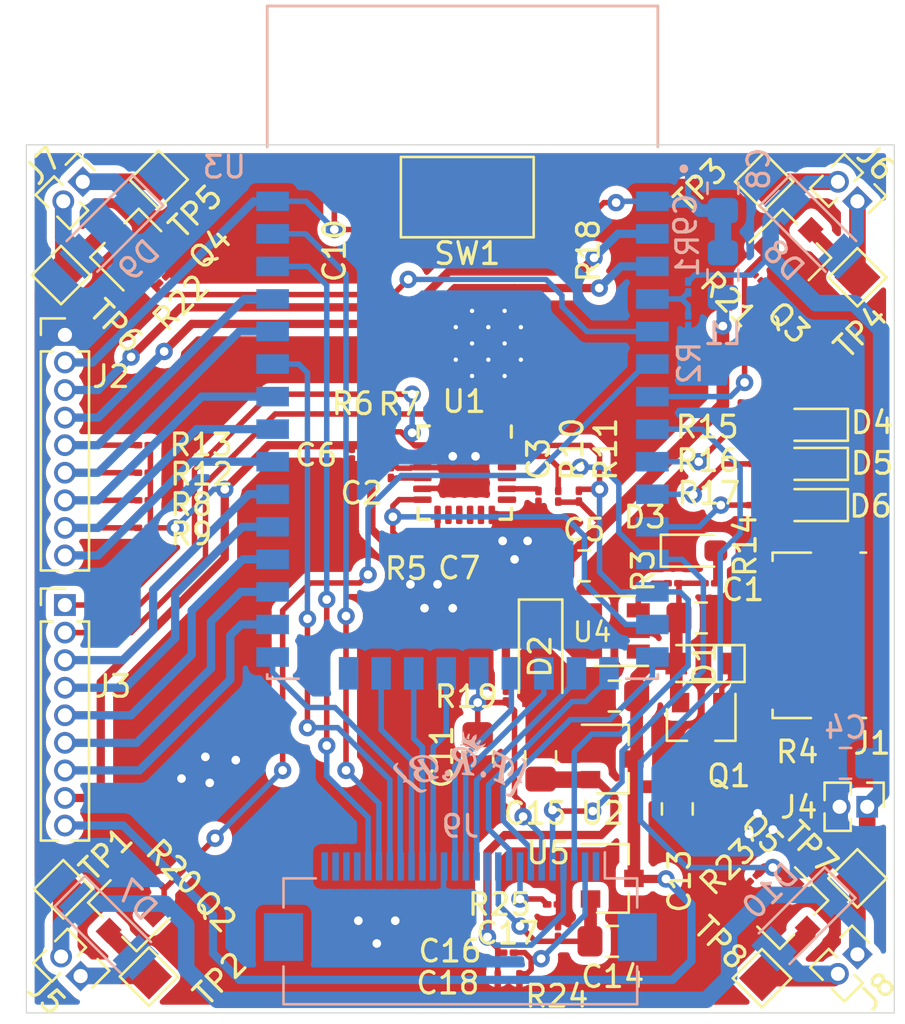
<source format=kicad_pcb>
(kicad_pcb (version 20191123) (host pcbnew "(5.99.0-622-gea218bc72)")
  (layers (0 "F.Cu" signal) (31 "B.Cu" signal) (34 "B.Paste" user hide) (35 "F.Paste" user hide) (36 "B.SilkS" user) (37 "F.SilkS" user) (38 "B.Mask" user) (39 "F.Mask" user) (44 "Edge.Cuts" user))
  (net 0 "")
  (net 1 "GND")
  (net 2 "+5V")
  (net 3 "Net-(C2-Pad2)")
  (net 4 "Net-(C3-Pad2)")
  (net 5 "+BATT")
  (net 6 "+3V3")
  (net 7 "VDD")
  (net 8 "/ESP_EN")
  (net 9 "/CAM_RESET")
  (net 10 "+1V8")
  (net 11 "+2V8")
  (net 12 "GNDA")
  (net 13 "VBUS")
  (net 14 "Net-(D3-Pad2)")
  (net 15 "Net-(D4-Pad2)")
  (net 16 "Net-(D5-Pad2)")
  (net 17 "Net-(D6-Pad2)")
  (net 18 "Net-(D7-Pad2)")
  (net 19 "Net-(D8-Pad2)")
  (net 20 "Net-(D9-Pad2)")
  (net 21 "Net-(D10-Pad2)")
  (net 22 "Net-(J1-Pad3)")
  (net 23 "Net-(J1-Pad2)")
  (net 24 "/EXT_IO1")
  (net 25 "/I2C1_SCL")
  (net 26 "/I2C1_SDA")
  (net 27 "/SPI_MISO")
  (net 28 "/SPI_CLK")
  (net 29 "/SPI_MOSI")
  (net 30 "/SPI_CS0")
  (net 31 "/BUZ_1")
  (net 32 "/BUZ_2")
  (net 33 "/AUX_SDA")
  (net 34 "/AUX_SCL")
  (net 35 "/I2C0_SCL")
  (net 36 "/I2C0_SDA")
  (net 37 "/CAM_Y4")
  (net 38 "/CAM_Y3")
  (net 39 "/CAM_Y5")
  (net 40 "/CAM_Y2")
  (net 41 "/CAM_Y6")
  (net 42 "/CAM_PCLK")
  (net 43 "/CAM_Y7")
  (net 44 "/CAM_Y8")
  (net 45 "/CAM_XCLC")
  (net 46 "/CAM_Y9")
  (net 47 "/CAM_HREF")
  (net 48 "Net-(J9-Pad8)")
  (net 49 "/CAM_VSYNC")
  (net 50 "/CP_RXD")
  (net 51 "/CP_TXD")
  (net 52 "/ESP_IO0")
  (net 53 "/MOT_3")
  (net 54 "/MOT_1")
  (net 55 "/MOT_4")
  (net 56 "/MOT_2")
  (net 57 "/ADC_BAT")
  (net 58 "Net-(R3-Pad1)")
  (net 59 "/MPU_INT")
  (net 60 "/LED_BLE")
  (net 61 "/LED_RED")
  (net 62 "/LED_GRN")
  (net 63 "Net-(U2-Pad4)")
  (net 64 "Net-(U3-Pad25)")
  (net 65 "Net-(J9-Pad26)")
  (net 66 "Net-(J9-Pad25)")
  (net 67 "Net-(J9-Pad24)")
  (net 68 "Net-(J9-Pad23)")
  (net 69 "Net-(J9-Pad1)")
  (module "LOGO" (layer "B.Cu") (at 96.4 115.575 180)
    (fp_text reference "G***" hide)
    (fp_text value "LOGO" hide)
  )
  (module "Connector_FFC-FPC:Hirose_FH12-26S-0.5SH_1x26-1MP_P0.50mm_Horizontal" (layer "B.Cu") (at 96.2 122.1 180)
    (fp_text reference "J9" (at 0 3.7 180) (layer "B.SilkS") (effects (justify mirror)))
    (fp_text value "Conn_01x26_Female")
    (pad "26" smd rect (at 6.25 1.85 180) (size 0.3 1.3) (layers "B.Cu" "B.Paste" "B.Mask") (net 65 "Net-(J9-Pad26)"))
    (pad "25" smd rect (at 5.75 1.85 180) (size 0.3 1.3) (layers "B.Cu" "B.Paste" "B.Mask") (net 66 "Net-(J9-Pad25)"))
    (pad "24" smd rect (at 5.25 1.85 180) (size 0.3 1.3) (layers "B.Cu" "B.Paste" "B.Mask") (net 67 "Net-(J9-Pad24)"))
    (pad "23" smd rect (at 4.75 1.85 180) (size 0.3 1.3) (layers "B.Cu" "B.Paste" "B.Mask") (net 68 "Net-(J9-Pad23)"))
    (pad "22" smd rect (at 4.25 1.85 180) (size 0.3 1.3) (layers "B.Cu" "B.Paste" "B.Mask") (net 37 "/CAM_Y4"))
    (pad "21" smd rect (at 3.75 1.85 180) (size 0.3 1.3) (layers "B.Cu" "B.Paste" "B.Mask") (net 38 "/CAM_Y3"))
    (pad "20" smd rect (at 3.25 1.85 180) (size 0.3 1.3) (layers "B.Cu" "B.Paste" "B.Mask") (net 39 "/CAM_Y5"))
    (pad "19" smd rect (at 2.75 1.85 180) (size 0.3 1.3) (layers "B.Cu" "B.Paste" "B.Mask") (net 40 "/CAM_Y2"))
    (pad "18" smd rect (at 2.25 1.85 180) (size 0.3 1.3) (layers "B.Cu" "B.Paste" "B.Mask") (net 41 "/CAM_Y6"))
    (pad "17" smd rect (at 1.75 1.85 180) (size 0.3 1.3) (layers "B.Cu" "B.Paste" "B.Mask") (net 42 "/CAM_PCLK"))
    (pad "16" smd rect (at 1.25 1.85 180) (size 0.3 1.3) (layers "B.Cu" "B.Paste" "B.Mask") (net 43 "/CAM_Y7"))
    (pad "15" smd rect (at 0.75 1.85 180) (size 0.3 1.3) (layers "B.Cu" "B.Paste" "B.Mask") (net 1 "GND"))
    (pad "14" smd rect (at 0.25 1.85 180) (size 0.3 1.3) (layers "B.Cu" "B.Paste" "B.Mask") (net 44 "/CAM_Y8"))
    (pad "13" smd rect (at -0.25 1.85 180) (size 0.3 1.3) (layers "B.Cu" "B.Paste" "B.Mask") (net 45 "/CAM_XCLC"))
    (pad "12" smd rect (at -0.75 1.85 180) (size 0.3 1.3) (layers "B.Cu" "B.Paste" "B.Mask") (net 46 "/CAM_Y9"))
    (pad "11" smd rect (at -1.25 1.85 180) (size 0.3 1.3) (layers "B.Cu" "B.Paste" "B.Mask") (net 11 "+2V8"))
    (pad "10" smd rect (at -1.75 1.85 180) (size 0.3 1.3) (layers "B.Cu" "B.Paste" "B.Mask") (net 10 "+1V8"))
    (pad "9" smd rect (at -2.25 1.85 180) (size 0.3 1.3) (layers "B.Cu" "B.Paste" "B.Mask") (net 47 "/CAM_HREF"))
    (pad "8" smd rect (at -2.75 1.85 180) (size 0.3 1.3) (layers "B.Cu" "B.Paste" "B.Mask") (net 48 "Net-(J9-Pad8)"))
    (pad "7" smd rect (at -3.25 1.85 180) (size 0.3 1.3) (layers "B.Cu" "B.Paste" "B.Mask") (net 49 "/CAM_VSYNC"))
    (pad "6" smd rect (at -3.75 1.85 180) (size 0.3 1.3) (layers "B.Cu" "B.Paste" "B.Mask") (net 9 "/CAM_RESET"))
    (pad "5" smd rect (at -4.25 1.85 180) (size 0.3 1.3) (layers "B.Cu" "B.Paste" "B.Mask") (net 35 "/I2C0_SCL"))
    (pad "4" smd rect (at -4.75 1.85 180) (size 0.3 1.3) (layers "B.Cu" "B.Paste" "B.Mask") (net 11 "+2V8"))
    (pad "3" smd rect (at -5.25 1.85 180) (size 0.3 1.3) (layers "B.Cu" "B.Paste" "B.Mask") (net 36 "/I2C0_SDA"))
    (pad "2" smd rect (at -5.75 1.85 180) (size 0.3 1.3) (layers "B.Cu" "B.Paste" "B.Mask") (net 12 "GNDA"))
    (pad "1" smd rect (at -6.25 1.85 180) (size 0.3 1.3) (layers "B.Cu" "B.Paste" "B.Mask") (net 69 "Net-(J9-Pad1)"))
    (pad "MP" smd rect (at -8.15 -1.4 180) (size 1.8 2.2) (layers "B.Cu" "B.Paste" "B.Mask"))
    (pad "MP" smd rect (at 8.15 -1.4 180) (size 1.8 2.2) (layers "B.Cu" "B.Paste" "B.Mask"))
  )
  (module "espressif:MODULE_ESP32-S2-WROVER" (layer "B.Cu") (at 96.3 96.1 180)
    (fp_text reference "U3" (at 10.975 8.075 180) (layer "B.SilkS") (effects (justify mirror)))
    (fp_text value "ESP32-S2-WROVER")
    (pad "1" smd rect (at -8.75 8 180) (size 1.5 0.9) (layers "B.Cu" "B.Paste" "B.Mask") (net 1 "GND"))
    (pad "43" smd rect (at -1.19 -0.05 180) (size 1.1 1.1) (layers "B.Cu" "B.Paste" "B.Mask") (net 1 "GND"))
    (pad "2" smd rect (at -8.75 6.5 180) (size 1.5 0.9) (layers "B.Cu" "B.Paste" "B.Mask") (net 7 "VDD"))
    (pad "3" smd rect (at -8.75 5 180) (size 1.5 0.9) (layers "B.Cu" "B.Paste" "B.Mask") (net 52 "/ESP_IO0"))
    (pad "4" smd rect (at -8.75 3.5 180) (size 1.5 0.9) (layers "B.Cu" "B.Paste" "B.Mask") (net 24 "/EXT_IO1"))
    (pad "5" smd rect (at -8.75 2 180) (size 1.5 0.9) (layers "B.Cu" "B.Paste" "B.Mask") (net 57 "/ADC_BAT"))
    (pad "6" smd rect (at -8.75 0.5 180) (size 1.5 0.9) (layers "B.Cu" "B.Paste" "B.Mask") (net 55 "/MOT_4"))
    (pad "7" smd rect (at -8.75 -1 180) (size 1.5 0.9) (layers "B.Cu" "B.Paste" "B.Mask") (net 53 "/MOT_3"))
    (pad "8" smd rect (at -8.75 -2.5 180) (size 1.5 0.9) (layers "B.Cu" "B.Paste" "B.Mask") (net 54 "/MOT_1"))
    (pad "9" smd rect (at -8.75 -4 180) (size 1.5 0.9) (layers "B.Cu" "B.Paste" "B.Mask") (net 56 "/MOT_2"))
    (pad "10" smd rect (at -8.75 -5.5 180) (size 1.5 0.9) (layers "B.Cu" "B.Paste" "B.Mask") (net 60 "/LED_BLE"))
    (pad "11" smd rect (at -8.75 -7 180) (size 1.5 0.9) (layers "B.Cu" "B.Paste" "B.Mask") (net 61 "/LED_RED"))
    (pad "12" smd rect (at -8.75 -8.5 180) (size 1.5 0.9) (layers "B.Cu" "B.Paste" "B.Mask") (net 62 "/LED_GRN"))
    (pad "13" smd rect (at -8.75 -10 180) (size 1.5 0.9) (layers "B.Cu" "B.Paste" "B.Mask") (net 35 "/I2C0_SCL"))
    (pad "14" smd rect (at -8.75 -11.5 180) (size 1.5 0.9) (layers "B.Cu" "B.Paste" "B.Mask") (net 36 "/I2C0_SDA"))
    (pad "15" smd rect (at -8.75 -13 180) (size 1.5 0.9) (layers "B.Cu" "B.Paste" "B.Mask") (net 59 "/MPU_INT"))
    (pad "16" smd rect (at -8.75 -14.5 180) (size 1.5 0.9) (layers "B.Cu" "B.Paste" "B.Mask") (net 49 "/CAM_VSYNC"))
    (pad "17" smd rect (at -6.75 -15.25 180) (size 0.9 1.5) (layers "B.Cu" "B.Paste" "B.Mask") (net 47 "/CAM_HREF"))
    (pad "18" smd rect (at -5.25 -15.25 180) (size 0.9 1.5) (layers "B.Cu" "B.Paste" "B.Mask") (net 46 "/CAM_Y9"))
    (pad "19" smd rect (at -3.75 -15.25 180) (size 0.9 1.5) (layers "B.Cu" "B.Paste" "B.Mask") (net 45 "/CAM_XCLC"))
    (pad "20" smd rect (at -2.25 -15.25 180) (size 0.9 1.5) (layers "B.Cu" "B.Paste" "B.Mask") (net 44 "/CAM_Y8"))
    (pad "21" smd rect (at -0.75 -15.25 180) (size 0.9 1.5) (layers "B.Cu" "B.Paste" "B.Mask") (net 9 "/CAM_RESET"))
    (pad "22" smd rect (at 0.75 -15.25 180) (size 0.9 1.5) (layers "B.Cu" "B.Paste" "B.Mask") (net 43 "/CAM_Y7"))
    (pad "23" smd rect (at 2.25 -15.25 180) (size 0.9 1.5) (layers "B.Cu" "B.Paste" "B.Mask") (net 42 "/CAM_PCLK"))
    (pad "24" smd rect (at 3.75 -15.25 180) (size 0.9 1.5) (layers "B.Cu" "B.Paste" "B.Mask") (net 41 "/CAM_Y6"))
    (pad "25" smd rect (at 5.25 -15.25 180) (size 0.9 1.5) (layers "B.Cu" "B.Paste" "B.Mask") (net 64 "Net-(U3-Pad25)"))
    (pad "26" smd rect (at 6.75 -15.25 180) (size 0.9 1.5) (layers "B.Cu" "B.Paste" "B.Mask") (net 1 "GND"))
    (pad "27" smd rect (at 8.75 -14.5 180) (size 1.5 0.9) (layers "B.Cu" "B.Paste" "B.Mask") (net 40 "/CAM_Y2"))
    (pad "28" smd rect (at 8.75 -13 180) (size 1.5 0.9) (layers "B.Cu" "B.Paste" "B.Mask") (net 30 "/SPI_CS0"))
    (pad "29" smd rect (at 8.75 -11.5 180) (size 1.5 0.9) (layers "B.Cu" "B.Paste" "B.Mask") (net 29 "/SPI_MOSI"))
    (pad "30" smd rect (at 8.75 -10 180) (size 1.5 0.9) (layers "B.Cu" "B.Paste" "B.Mask") (net 28 "/SPI_CLK"))
    (pad "31" smd rect (at 8.75 -8.5 180) (size 1.5 0.9) (layers "B.Cu" "B.Paste" "B.Mask") (net 27 "/SPI_MISO"))
    (pad "32" smd rect (at 8.75 -7 180) (size 1.5 0.9) (layers "B.Cu" "B.Paste" "B.Mask") (net 32 "/BUZ_2"))
    (pad "33" smd rect (at 8.75 -5.5 180) (size 1.5 0.9) (layers "B.Cu" "B.Paste" "B.Mask") (net 31 "/BUZ_1"))
    (pad "34" smd rect (at 8.75 -4 180) (size 1.5 0.9) (layers "B.Cu" "B.Paste" "B.Mask") (net 26 "/I2C1_SDA"))
    (pad "35" smd rect (at 8.75 -2.5 180) (size 1.5 0.9) (layers "B.Cu" "B.Paste" "B.Mask") (net 25 "/I2C1_SCL"))
    (pad "36" smd rect (at 8.75 -1 180) (size 1.5 0.9) (layers "B.Cu" "B.Paste" "B.Mask") (net 39 "/CAM_Y5"))
    (pad "37" smd rect (at 8.75 0.5 180) (size 1.5 0.9) (layers "B.Cu" "B.Paste" "B.Mask") (net 50 "/CP_RXD"))
    (pad "38" smd rect (at 8.75 2 180) (size 1.5 0.9) (layers "B.Cu" "B.Paste" "B.Mask") (net 51 "/CP_TXD"))
    (pad "39" smd rect (at 8.75 3.5 180) (size 1.5 0.9) (layers "B.Cu" "B.Paste" "B.Mask") (net 37 "/CAM_Y4"))
    (pad "40" smd rect (at 8.75 5 180) (size 1.5 0.9) (layers "B.Cu" "B.Paste" "B.Mask") (net 38 "/CAM_Y3"))
    (pad "41" smd rect (at 8.75 6.5 180) (size 1.5 0.9) (layers "B.Cu" "B.Paste" "B.Mask") (net 8 "/ESP_EN"))
    (pad "42" smd rect (at 8.75 8 180) (size 1.5 0.9) (layers "B.Cu" "B.Paste" "B.Mask") (net 1 "GND"))
    (pad "43" smd rect (at -2.69 1.45 180) (size 1.1 1.1) (layers "B.Cu" "B.Paste" "B.Mask") (net 1 "GND"))
    (pad "43" smd rect (at -1.19 1.45 180) (size 1.1 1.1) (layers "B.Cu" "B.Paste" "B.Mask") (net 1 "GND"))
    (pad "43" smd rect (at 0.31 1.45 180) (size 1.1 1.1) (layers "B.Cu" "B.Paste" "B.Mask") (net 1 "GND"))
    (pad "43" smd rect (at -2.69 -0.05 180) (size 1.1 1.1) (layers "B.Cu" "B.Paste" "B.Mask") (net 1 "GND"))
    (pad "43" smd rect (at 0.31 -0.05 180) (size 1.1 1.1) (layers "B.Cu" "B.Paste" "B.Mask") (net 1 "GND"))
    (pad "43" smd rect (at -2.69 -1.55 180) (size 1.1 1.1) (layers "B.Cu" "B.Paste" "B.Mask") (net 1 "GND"))
    (pad "43" smd rect (at -1.19 -1.55 180) (size 1.1 1.1) (layers "B.Cu" "B.Paste" "B.Mask") (net 1 "GND"))
    (pad "43" smd rect (at 0.31 -1.55 180) (size 1.1 1.1) (layers "B.Cu" "B.Paste" "B.Mask") (net 1 "GND"))
    (pad "43" thru_hole circle (at -1.94 1.45 180) (size 0.3 0.3) (drill 0.2) (layers *.Cu *.Mask) (net 1 "GND"))
    (pad "43" thru_hole circle (at -0.44 1.45 180) (size 0.3 0.3) (drill 0.2) (layers *.Cu *.Mask) (net 1 "GND"))
    (pad "43" thru_hole circle (at -2.69 0.7 180) (size 0.3 0.3) (drill 0.2) (layers *.Cu *.Mask) (net 1 "GND"))
    (pad "43" thru_hole circle (at -1.19 0.7 180) (size 0.3 0.3) (drill 0.2) (layers *.Cu *.Mask) (net 1 "GND"))
    (pad "43" thru_hole circle (at 0.31 0.7 180) (size 0.3 0.3) (drill 0.2) (layers *.Cu *.Mask) (net 1 "GND"))
    (pad "43" thru_hole circle (at -1.94 -0.05 180) (size 0.3 0.3) (drill 0.2) (layers *.Cu *.Mask) (net 1 "GND"))
    (pad "43" thru_hole circle (at -0.44 -0.05 180) (size 0.3 0.3) (drill 0.2) (layers *.Cu *.Mask) (net 1 "GND"))
    (pad "43" thru_hole circle (at -2.69 -0.8 180) (size 0.3 0.3) (drill 0.2) (layers *.Cu *.Mask) (net 1 "GND"))
    (pad "43" thru_hole circle (at -1.19 -0.8 180) (size 0.3 0.3) (drill 0.2) (layers *.Cu *.Mask) (net 1 "GND"))
    (pad "43" thru_hole circle (at 0.31 -0.8 180) (size 0.3 0.3) (drill 0.2) (layers *.Cu *.Mask) (net 1 "GND"))
    (pad "43" thru_hole circle (at -1.94 -1.55 180) (size 0.3 0.3) (drill 0.2) (layers *.Cu *.Mask) (net 1 "GND"))
    (pad "43" thru_hole circle (at -0.44 -1.55 180) (size 0.3 0.3) (drill 0.2) (layers *.Cu *.Mask) (net 1 "GND"))
  )
  (module "Connector_PinHeader_1.27mm:PinHeader_1x09_P1.27mm_Vertical" (layer "F.Cu") (at 77.978 108.204)
    (fp_text reference "J3" (at 2.197 3.746) (layer "F.SilkS"))
    (fp_text value "Conn_01x09_Male")
    (pad "9" thru_hole oval (at 0 10.16) (size 1 1) (drill 0.65) (layers *.Cu *.Mask) (net 2 "+5V"))
    (pad "8" thru_hole oval (at 0 8.89) (size 1 1) (drill 0.65) (layers *.Cu *.Mask) (net 6 "+3V3"))
    (pad "7" thru_hole oval (at 0 7.62) (size 1 1) (drill 0.65) (layers *.Cu *.Mask) (net 30 "/SPI_CS0"))
    (pad "6" thru_hole oval (at 0 6.35) (size 1 1) (drill 0.65) (layers *.Cu *.Mask) (net 29 "/SPI_MOSI"))
    (pad "5" thru_hole oval (at 0 5.08) (size 1 1) (drill 0.65) (layers *.Cu *.Mask) (net 28 "/SPI_CLK"))
    (pad "4" thru_hole oval (at 0 3.81) (size 1 1) (drill 0.65) (layers *.Cu *.Mask) (net 27 "/SPI_MISO"))
    (pad "3" thru_hole oval (at 0 2.54) (size 1 1) (drill 0.65) (layers *.Cu *.Mask) (net 32 "/BUZ_2"))
    (pad "2" thru_hole oval (at 0 1.27) (size 1 1) (drill 0.65) (layers *.Cu *.Mask) (net 33 "/AUX_SDA"))
    (pad "1" thru_hole rect (at 0 0) (size 1 1) (drill 0.65) (layers *.Cu *.Mask) (net 34 "/AUX_SCL"))
  )
  (module "Connector_PinHeader_1.27mm:PinHeader_1x09_P1.27mm_Vertical" (layer "F.Cu") (at 77.978 95.758)
    (fp_text reference "J2" (at 2.122 1.917) (layer "F.SilkS"))
    (fp_text value "Conn_01x09_Male")
    (pad "9" thru_hole oval (at 0 10.16) (size 1 1) (drill 0.65) (layers *.Cu *.Mask) (net 31 "/BUZ_1"))
    (pad "8" thru_hole oval (at 0 8.89) (size 1 1) (drill 0.65) (layers *.Cu *.Mask) (net 26 "/I2C1_SDA"))
    (pad "7" thru_hole oval (at 0 7.62) (size 1 1) (drill 0.65) (layers *.Cu *.Mask) (net 25 "/I2C1_SCL"))
    (pad "6" thru_hole oval (at 0 6.35) (size 1 1) (drill 0.65) (layers *.Cu *.Mask) (net 50 "/CP_RXD"))
    (pad "5" thru_hole oval (at 0 5.08) (size 1 1) (drill 0.65) (layers *.Cu *.Mask) (net 51 "/CP_TXD"))
    (pad "4" thru_hole oval (at 0 3.81) (size 1 1) (drill 0.65) (layers *.Cu *.Mask) (net 24 "/EXT_IO1"))
    (pad "3" thru_hole oval (at 0 2.54) (size 1 1) (drill 0.65) (layers *.Cu *.Mask) (net 52 "/ESP_IO0"))
    (pad "2" thru_hole oval (at 0 1.27) (size 1 1) (drill 0.65) (layers *.Cu *.Mask) (net 8 "/ESP_EN"))
    (pad "1" thru_hole rect (at 0 0) (size 1 1) (drill 0.65) (layers *.Cu *.Mask) (net 1 "GND"))
  )
  (module "Diode_SMD:D_MiniMELF" (layer "B.Cu") (at 80 90.9 -135)
    (fp_text reference "D9" (at 0.017678 -1.997577 45) (layer "B.SilkS") (effects (justify mirror)))
    (fp_text value "LL4148")
    (pad "2" smd rect (at 1.75 0 225) (size 1.3 1.7) (layers "B.Cu" "B.Paste" "B.Mask") (net 20 "Net-(D9-Pad2)"))
    (pad "1" smd rect (at -1.75 0 225) (size 1.3 1.7) (layers "B.Cu" "B.Paste" "B.Mask") (net 5 "+BATT"))
  )
  (module "Package_TO_SOT_SMD:SOT-23" (layer "F.Cu") (at 107.3 113.7 -90)
    (fp_text reference "Q1" (at 2.375 -1.275 180) (layer "F.SilkS"))
    (fp_text value "AO3401A")
    (pad "3" smd rect (at 1 0 270) (size 0.9 0.8) (layers "F.Cu" "F.Paste" "F.Mask") (net 5 "+BATT"))
    (pad "2" smd rect (at -1 0.95 270) (size 0.9 0.8) (layers "F.Cu" "F.Paste" "F.Mask") (net 2 "+5V"))
    (pad "1" smd rect (at -1 -0.95 270) (size 0.9 0.8) (layers "F.Cu" "F.Paste" "F.Mask") (net 13 "VBUS"))
  )
  (module "TestPoint:TestPoint_Pad_1.5x1.5mm" (layer "F.Cu") (at 110.1 125.4 45)
    (fp_text reference "TP8" (at -0.194454 -2.492551 315) (layer "F.SilkS"))
    (fp_text value "TestPoint")
    (pad "1" smd rect (at 0 0 45) (size 1.5 1.5) (layers "F.Cu" "F.Mask") (net 21 "Net-(D10-Pad2)"))
  )
  (module "TestPoint:TestPoint_Pad_1.5x1.5mm" (layer "F.Cu") (at 114.5 120.8 45)
    (fp_text reference "TP7" (at -0.512652 -2.492551 315) (layer "F.SilkS"))
    (fp_text value "TestPoint")
    (pad "1" smd rect (at 0 0 45) (size 1.5 1.5) (layers "F.Cu" "F.Mask") (net 5 "+BATT"))
  )
  (module "TestPoint:TestPoint_Pad_1.5x1.5mm" (layer "F.Cu") (at 77.8 93 45)
    (fp_text reference "TP6" (at 0.141421 3.464823 315) (layer "F.SilkS"))
    (fp_text value "TestPoint")
    (pad "1" smd rect (at 0 0 45) (size 1.5 1.5) (layers "F.Cu" "F.Mask") (net 20 "Net-(D9-Pad2)"))
  )
  (module "TestPoint:TestPoint_Pad_1.5x1.5mm" (layer "F.Cu") (at 82.3 88.6 45)
    (fp_text reference "TP5" (at 0.159099 2.245064 45) (layer "F.SilkS"))
    (fp_text value "TestPoint")
    (pad "1" smd rect (at 0 0 45) (size 1.5 1.5) (layers "F.Cu" "F.Mask") (net 5 "+BATT"))
  )
  (module "TestPoint:TestPoint_Pad_1.5x1.5mm" (layer "F.Cu") (at 114.5 93.1 45)
    (fp_text reference "TP4" (at -1.661701 1.873833 225) (layer "F.SilkS"))
    (fp_text value "TestPoint")
    (pad "1" smd rect (at 0 0 45) (size 1.5 1.5) (layers "F.Cu" "F.Mask") (net 19 "Net-(D8-Pad2)"))
  )
  (module "TestPoint:TestPoint_Pad_1.5x1.5mm" (layer "F.Cu") (at 110.2 88.7 45)
    (fp_text reference "TP3" (at -2.192031 -1.944544 45) (layer "F.SilkS"))
    (fp_text value "TestPoint")
    (pad "1" smd rect (at 0 0 45) (size 1.5 1.5) (layers "F.Cu" "F.Mask") (net 5 "+BATT"))
  )
  (module "TestPoint:TestPoint_Pad_1.5x1.5mm" (layer "F.Cu") (at 81.85 125.325 45)
    (fp_text reference "TP2" (at 2.245064 2.386485 45) (layer "F.SilkS"))
    (fp_text value "TestPoint")
    (pad "1" smd rect (at 0 0 45) (size 1.5 1.5) (layers "F.Cu" "F.Mask") (net 18 "Net-(D7-Pad2)"))
  )
  (module "TestPoint:TestPoint_Pad_1.5x1.5mm" (layer "F.Cu") (at 77.9 121.3 45)
    (fp_text reference "TP1" (at 2.545584 0.247487 45) (layer "F.SilkS"))
    (fp_text value "TestPoint")
    (pad "1" smd rect (at 0 0 45) (size 1.5 1.5) (layers "F.Cu" "F.Mask") (net 5 "+BATT"))
  )
  (module "Package_TO_SOT_SMD:SOT-23" (layer "F.Cu") (at 103.2 120.8)
    (fp_text reference "U5" (at -2.95 -1.175) (layer "F.SilkS"))
    (fp_text value "XC6206P1V8MR")
    (pad "3" smd rect (at 1 0) (size 0.9 0.8) (layers "F.Cu" "F.Paste" "F.Mask") (net 2 "+5V"))
    (pad "2" smd rect (at -1 0.95) (size 0.9 0.8) (layers "F.Cu" "F.Paste" "F.Mask") (net 10 "+1V8"))
    (pad "1" smd rect (at -1 -0.95) (size 0.9 0.8) (layers "F.Cu" "F.Paste" "F.Mask") (net 1 "GND"))
  )
  (module "Package_TO_SOT_SMD:SOT-23" (layer "F.Cu") (at 103.2 115.3)
    (fp_text reference "U4" (at -0.925 -5.85) (layer "F.SilkS") (effects (font (size 0.889 0.889) (thickness 0.127))))
    (fp_text value "XC6206P2V8MR")
    (pad "3" smd rect (at 1 0) (size 0.9 0.8) (layers "F.Cu" "F.Paste" "F.Mask") (net 2 "+5V"))
    (pad "2" smd rect (at -1 0.95) (size 0.9 0.8) (layers "F.Cu" "F.Paste" "F.Mask") (net 11 "+2V8"))
    (pad "1" smd rect (at -1 -0.95) (size 0.9 0.8) (layers "F.Cu" "F.Paste" "F.Mask") (net 1 "GND"))
  )
  (module "Package_TO_SOT_SMD:SOT-23-5" (layer "F.Cu") (at 103.3 109.4 180)
    (fp_text reference "U2" (at 0.55 -8.4) (layer "F.SilkS"))
    (fp_text value "AP2112K-3.3")
    (pad "5" smd rect (at 1.1 -0.95 180) (size 1.06 0.65) (layers "F.Cu" "F.Paste" "F.Mask") (net 6 "+3V3"))
    (pad "4" smd rect (at 1.1 0.95 180) (size 1.06 0.65) (layers "F.Cu" "F.Paste" "F.Mask") (net 63 "Net-(U2-Pad4)"))
    (pad "3" smd rect (at -1.1 0.95 180) (size 1.06 0.65) (layers "F.Cu" "F.Paste" "F.Mask") (net 58 "Net-(R3-Pad1)"))
    (pad "2" smd rect (at -1.1 0 180) (size 1.06 0.65) (layers "F.Cu" "F.Paste" "F.Mask") (net 1 "GND"))
    (pad "1" smd rect (at -1.1 -0.95 180) (size 1.06 0.65) (layers "F.Cu" "F.Paste" "F.Mask") (net 2 "+5V"))
  )
  (module "Sensor_Motion:InvenSense_QFN-24_4x4mm_P0.5mm" (layer "F.Cu") (at 96.4 102.1 -90)
    (fp_text reference "U1" (at -3.275 0.025 180) (layer "F.SilkS"))
    (fp_text value "MPU-6050")
    (pad "24" smd roundrect (at -1.25 -1.95) (size 0.85 0.3) (layers "F.Cu" "F.Paste" "F.Mask") (net 36 "/I2C0_SDA"))
    (pad "23" smd roundrect (at -0.75 -1.95) (size 0.85 0.3) (layers "F.Cu" "F.Paste" "F.Mask") (net 35 "/I2C0_SCL"))
    (pad "22" smd roundrect (at -0.25 -1.95) (size 0.85 0.3) (layers "F.Cu" "F.Paste" "F.Mask"))
    (pad "21" smd roundrect (at 0.25 -1.95) (size 0.85 0.3) (layers "F.Cu" "F.Paste" "F.Mask"))
    (pad "20" smd roundrect (at 0.75 -1.95) (size 0.85 0.3) (layers "F.Cu" "F.Paste" "F.Mask") (net 4 "Net-(C3-Pad2)"))
    (pad "19" smd roundrect (at 1.25 -1.95) (size 0.85 0.3) (layers "F.Cu" "F.Paste" "F.Mask"))
    (pad "18" smd roundrect (at 1.95 -1.25 270) (size 0.85 0.3) (layers "F.Cu" "F.Paste" "F.Mask") (net 1 "GND"))
    (pad "17" smd roundrect (at 1.95 -0.75 270) (size 0.85 0.3) (layers "F.Cu" "F.Paste" "F.Mask"))
    (pad "16" smd roundrect (at 1.95 -0.25 270) (size 0.85 0.3) (layers "F.Cu" "F.Paste" "F.Mask"))
    (pad "15" smd roundrect (at 1.95 0.25 270) (size 0.85 0.3) (layers "F.Cu" "F.Paste" "F.Mask"))
    (pad "14" smd roundrect (at 1.95 0.75 270) (size 0.85 0.3) (layers "F.Cu" "F.Paste" "F.Mask"))
    (pad "13" smd roundrect (at 1.95 1.25 270) (size 0.85 0.3) (layers "F.Cu" "F.Paste" "F.Mask") (net 6 "+3V3"))
    (pad "12" smd roundrect (at 1.25 1.95) (size 0.85 0.3) (layers "F.Cu" "F.Paste" "F.Mask") (net 59 "/MPU_INT"))
    (pad "11" smd roundrect (at 0.75 1.95) (size 0.85 0.3) (layers "F.Cu" "F.Paste" "F.Mask") (net 1 "GND"))
    (pad "10" smd roundrect (at 0.25 1.95) (size 0.85 0.3) (layers "F.Cu" "F.Paste" "F.Mask") (net 3 "Net-(C2-Pad2)"))
    (pad "9" smd roundrect (at -0.25 1.95) (size 0.85 0.3) (layers "F.Cu" "F.Paste" "F.Mask") (net 1 "GND"))
    (pad "8" smd roundrect (at -0.75 1.95) (size 0.85 0.3) (layers "F.Cu" "F.Paste" "F.Mask") (net 6 "+3V3"))
    (pad "7" smd roundrect (at -1.25 1.95) (size 0.85 0.3) (layers "F.Cu" "F.Paste" "F.Mask") (net 34 "/AUX_SCL"))
    (pad "6" smd roundrect (at -1.95 1.25 270) (size 0.85 0.3) (layers "F.Cu" "F.Paste" "F.Mask") (net 33 "/AUX_SDA"))
    (pad "5" smd roundrect (at -1.95 0.75 270) (size 0.85 0.3) (layers "F.Cu" "F.Paste" "F.Mask"))
    (pad "4" smd roundrect (at -1.95 0.25 270) (size 0.85 0.3) (layers "F.Cu" "F.Paste" "F.Mask"))
    (pad "3" smd roundrect (at -1.95 -0.25 270) (size 0.85 0.3) (layers "F.Cu" "F.Paste" "F.Mask"))
    (pad "2" smd roundrect (at -1.95 -0.75 270) (size 0.85 0.3) (layers "F.Cu" "F.Paste" "F.Mask"))
    (pad "1" smd roundrect (at -1.95 -1.25 270) (size 0.85 0.3) (layers "F.Cu" "F.Paste" "F.Mask") (net 1 "GND"))
  )
  (module "Button_Switch_SMD:SW_SPST_CK_RS282G05A3" (layer "F.Cu") (at 96.52 89.408 180)
    (fp_text reference "SW1" (at 0 -2.6) (layer "F.SilkS"))
    (fp_text value "SW_Push")
    (pad "2" smd rect (at 3.9 0 180) (size 1.5 1.5) (layers "F.Cu" "F.Paste" "F.Mask") (net 1 "GND"))
    (pad "1" smd rect (at -3.9 0 180) (size 1.5 1.5) (layers "F.Cu" "F.Paste" "F.Mask") (net 8 "/ESP_EN"))
  )
  (module "Resistor_SMD:R_01005_0402Metric" (layer "F.Cu") (at 100.45 122)
    (fp_text reference "R25" (at -2.45 0) (layer "F.SilkS"))
    (fp_text value "10K")
    (pad "2" smd roundrect (at 0.25 0) (size 0.4 0.3) (layers "F.Cu" "F.Mask") (net 1 "GND"))
    (pad "1" smd roundrect (at -0.25 0) (size 0.4 0.3) (layers "F.Cu" "F.Mask") (net 48 "Net-(J9-Pad8)"))
  )
  (module "Resistor_SMD:R_01005_0402Metric" (layer "F.Cu") (at 98.92299 125.47299 -90)
    (fp_text reference "R24" (at 0.75201 -1.72701 180) (layer "F.SilkS"))
    (fp_text value "0R")
    (pad "2" smd roundrect (at 0.25 0 270) (size 0.4 0.3) (layers "F.Cu" "F.Mask") (net 1 "GND"))
    (pad "1" smd roundrect (at -0.25 0 270) (size 0.4 0.3) (layers "F.Cu" "F.Mask") (net 12 "GNDA"))
  )
  (module "Resistor_SMD:R_01005_0402Metric" (layer "F.Cu") (at 109.7 120.8 45)
    (fp_text reference "R23" (at -0.459619 -1.202082 45) (layer "F.SilkS"))
    (fp_text value "10K")
    (pad "2" smd roundrect (at 0.25 0 45) (size 0.4 0.3) (layers "F.Cu" "F.Mask") (net 56 "/MOT_2"))
    (pad "1" smd roundrect (at -0.25 0 45) (size 0.4 0.3) (layers "F.Cu" "F.Mask") (net 1 "GND"))
  )
  (module "Resistor_SMD:R_01005_0402Metric" (layer "F.Cu") (at 82.476777 93.223223 -135)
    (fp_text reference "R22" (at 0.143934 -1.343503 45) (layer "F.SilkS"))
    (fp_text value "10K")
    (pad "2" smd roundrect (at 0.25 0 225) (size 0.4 0.3) (layers "F.Cu" "F.Mask") (net 55 "/MOT_4"))
    (pad "1" smd roundrect (at -0.25 0 225) (size 0.4 0.3) (layers "F.Cu" "F.Mask") (net 1 "GND"))
  )
  (module "Resistor_SMD:R_01005_0402Metric" (layer "F.Cu") (at 109.923223 93.123223 135)
    (fp_text reference "R21" (at 0.262652 -1.679379 135) (layer "F.SilkS"))
    (fp_text value "10K")
    (pad "2" smd roundrect (at 0.25 0 135) (size 0.4 0.3) (layers "F.Cu" "F.Mask") (net 54 "/MOT_1"))
    (pad "1" smd roundrect (at -0.25 0 135) (size 0.4 0.3) (layers "F.Cu" "F.Mask") (net 1 "GND"))
  )
  (module "Resistor_SMD:R_01005_0402Metric" (layer "F.Cu") (at 82.3 121 -45)
    (fp_text reference "R20" (at 0 -1 135) (layer "F.SilkS"))
    (fp_text value "10K")
    (pad "2" smd roundrect (at 0.25 0 315) (size 0.4 0.3) (layers "F.Cu" "F.Mask") (net 53 "/MOT_3"))
    (pad "1" smd roundrect (at -0.25 0 315) (size 0.4 0.3) (layers "F.Cu" "F.Mask") (net 1 "GND"))
  )
  (module "Resistor_SMD:R_01005_0402Metric" (layer "F.Cu") (at 98.3 112.4 -90)
    (fp_text reference "R19" (at 0.025 1.825 180) (layer "F.SilkS"))
    (fp_text value "10K")
    (pad "2" smd roundrect (at 0.25 0 270) (size 0.4 0.3) (layers "F.Cu" "F.Mask") (net 9 "/CAM_RESET"))
    (pad "1" smd roundrect (at -0.25 0 270) (size 0.4 0.3) (layers "F.Cu" "F.Mask") (net 6 "+3V3"))
  )
  (module "Resistor_SMD:R_01005_0402Metric" (layer "F.Cu") (at 102.108 89.662 -90)
    (fp_text reference "R18" (at 2.213 0.008 -90) (layer "F.SilkS"))
    (fp_text value "10K")
    (pad "2" smd roundrect (at 0.25 0 270) (size 0.4 0.3) (layers "F.Cu" "F.Mask") (net 7 "VDD"))
    (pad "1" smd roundrect (at -0.25 0 270) (size 0.4 0.3) (layers "F.Cu" "F.Mask") (net 8 "/ESP_EN"))
  )
  (module "Resistor_SMD:R_01005_0402Metric" (layer "F.Cu") (at 109.8 103.6 180)
    (fp_text reference "R17" (at 2.15 0.55) (layer "F.SilkS"))
    (fp_text value "1K5")
    (pad "2" smd roundrect (at 0.25 0 180) (size 0.4 0.3) (layers "F.Cu" "F.Mask") (net 62 "/LED_GRN"))
    (pad "1" smd roundrect (at -0.25 0 180) (size 0.4 0.3) (layers "F.Cu" "F.Mask") (net 17 "Net-(D6-Pad2)"))
  )
  (module "Resistor_SMD:R_01005_0402Metric" (layer "F.Cu") (at 109.9 101.7 180)
    (fp_text reference "R16" (at 2.3 0.15) (layer "F.SilkS"))
    (fp_text value "1K5")
    (pad "2" smd roundrect (at 0.25 0 180) (size 0.4 0.3) (layers "F.Cu" "F.Mask") (net 61 "/LED_RED"))
    (pad "1" smd roundrect (at -0.25 0 180) (size 0.4 0.3) (layers "F.Cu" "F.Mask") (net 16 "Net-(D5-Pad2)"))
  )
  (module "Resistor_SMD:R_01005_0402Metric" (layer "F.Cu") (at 109.9 99.9 180)
    (fp_text reference "R15" (at 2.325 -0.1) (layer "F.SilkS"))
    (fp_text value "1K5")
    (pad "2" smd roundrect (at 0.25 0 180) (size 0.4 0.3) (layers "F.Cu" "F.Mask") (net 60 "/LED_BLE"))
    (pad "1" smd roundrect (at -0.25 0 180) (size 0.4 0.3) (layers "F.Cu" "F.Mask") (net 15 "Net-(D4-Pad2)"))
  )
  (module "Resistor_SMD:R_01005_0402Metric" (layer "F.Cu") (at 107.7 107.2 180)
    (fp_text reference "R14" (at -1.625 1.75 270) (layer "F.SilkS"))
    (fp_text value "1K5")
    (pad "2" smd roundrect (at 0.25 0 180) (size 0.4 0.3) (layers "F.Cu" "F.Mask") (net 2 "+5V"))
    (pad "1" smd roundrect (at -0.25 0 180) (size 0.4 0.3) (layers "F.Cu" "F.Mask") (net 14 "Net-(D3-Pad2)"))
  )
  (module "Resistor_SMD:R_01005_0402Metric" (layer "F.Cu") (at 81.5935 100.838)
    (fp_text reference "R13" (at 2.6565 -0.013) (layer "F.SilkS"))
    (fp_text value "10K")
    (pad "2" smd roundrect (at 0.25 0) (size 0.4 0.3) (layers "F.Cu" "F.Mask") (net 6 "+3V3"))
    (pad "1" smd roundrect (at -0.25 0) (size 0.4 0.3) (layers "F.Cu" "F.Mask") (net 51 "/CP_TXD"))
  )
  (module "Resistor_SMD:R_01005_0402Metric" (layer "F.Cu") (at 81.5935 102.108)
    (fp_text reference "R12" (at 2.6815 0.067) (layer "F.SilkS"))
    (fp_text value "10K")
    (pad "2" smd roundrect (at 0.25 0) (size 0.4 0.3) (layers "F.Cu" "F.Mask") (net 6 "+3V3"))
    (pad "1" smd roundrect (at -0.25 0) (size 0.4 0.3) (layers "F.Cu" "F.Mask") (net 50 "/CP_RXD"))
  )
  (module "Resistor_SMD:R_01005_0402Metric" (layer "F.Cu") (at 101.6635 103.1875 -90)
    (fp_text reference "R11" (at -2.1625 -1.2365 90) (layer "F.SilkS"))
    (fp_text value "10K")
    (pad "2" smd roundrect (at 0.25 0 270) (size 0.4 0.3) (layers "F.Cu" "F.Mask") (net 6 "+3V3"))
    (pad "1" smd roundrect (at -0.25 0 270) (size 0.4 0.3) (layers "F.Cu" "F.Mask") (net 36 "/I2C0_SDA"))
  )
  (module "Resistor_SMD:R_01005_0402Metric" (layer "F.Cu") (at 100.711 103.1875 -90)
    (fp_text reference "R10" (at -2.1625 -0.639 90) (layer "F.SilkS"))
    (fp_text value "10K")
    (pad "2" smd roundrect (at 0.25 0 270) (size 0.4 0.3) (layers "F.Cu" "F.Mask") (net 6 "+3V3"))
    (pad "1" smd roundrect (at -0.25 0 270) (size 0.4 0.3) (layers "F.Cu" "F.Mask") (net 35 "/I2C0_SCL"))
  )
  (module "Resistor_SMD:R_01005_0402Metric" (layer "F.Cu") (at 81.5935 104.648)
    (fp_text reference "R9" (at 2.2065 0.277) (layer "F.SilkS"))
    (fp_text value "10K")
    (pad "2" smd roundrect (at 0.25 0) (size 0.4 0.3) (layers "F.Cu" "F.Mask") (net 6 "+3V3"))
    (pad "1" smd roundrect (at -0.25 0) (size 0.4 0.3) (layers "F.Cu" "F.Mask") (net 26 "/I2C1_SDA"))
  )
  (module "Resistor_SMD:R_01005_0402Metric" (layer "F.Cu") (at 81.5975 103.378)
    (fp_text reference "R8" (at 2.2025 0.197) (layer "F.SilkS"))
    (fp_text value "10K")
    (pad "2" smd roundrect (at 0.25 0) (size 0.4 0.3) (layers "F.Cu" "F.Mask") (net 6 "+3V3"))
    (pad "1" smd roundrect (at -0.25 0) (size 0.4 0.3) (layers "F.Cu" "F.Mask") (net 25 "/I2C1_SCL"))
  )
  (module "Resistor_SMD:R_01005_0402Metric" (layer "F.Cu") (at 93 100.5 90)
    (fp_text reference "R7" (at 1.55 0.4 180) (layer "F.SilkS"))
    (fp_text value "10K")
    (pad "2" smd roundrect (at 0.25 0 90) (size 0.4 0.3) (layers "F.Cu" "F.Mask") (net 34 "/AUX_SCL"))
    (pad "1" smd roundrect (at -0.25 0 90) (size 0.4 0.3) (layers "F.Cu" "F.Mask") (net 6 "+3V3"))
  )
  (module "Resistor_SMD:R_01005_0402Metric" (layer "F.Cu") (at 92.1 100.5 90)
    (fp_text reference "R6" (at 1.575 -0.85 180) (layer "F.SilkS"))
    (fp_text value "10K")
    (pad "2" smd roundrect (at 0.25 0 90) (size 0.4 0.3) (layers "F.Cu" "F.Mask") (net 33 "/AUX_SDA"))
    (pad "1" smd roundrect (at -0.25 0 90) (size 0.4 0.3) (layers "F.Cu" "F.Mask") (net 6 "+3V3"))
  )
  (module "Resistor_SMD:R_01005_0402Metric" (layer "F.Cu") (at 94.699999 105.2 180)
    (fp_text reference "R5" (at 0.999999 -1.325) (layer "F.SilkS"))
    (fp_text value "10K")
    (pad "2" smd roundrect (at 0.25 0 180) (size 0.4 0.3) (layers "F.Cu" "F.Mask") (net 59 "/MPU_INT"))
    (pad "1" smd roundrect (at -0.25 0 180) (size 0.4 0.3) (layers "F.Cu" "F.Mask") (net 6 "+3V3"))
  )
  (module "Resistor_SMD:R_01005_0402Metric" (layer "F.Cu") (at 109.9 115)
    (fp_text reference "R4" (at 1.825 -0.025) (layer "F.SilkS"))
    (fp_text value "82K-1%")
    (pad "2" smd roundrect (at 0.25 0) (size 0.4 0.3) (layers "F.Cu" "F.Mask") (net 1 "GND"))
    (pad "1" smd roundrect (at -0.25 0) (size 0.4 0.3) (layers "F.Cu" "F.Mask") (net 13 "VBUS"))
  )
  (module "Resistor_SMD:R_01005_0402Metric" (layer "F.Cu") (at 106 107.2)
    (fp_text reference "R3" (at -1.375 -0.575 90) (layer "F.SilkS"))
    (fp_text value "100K")
    (pad "2" smd roundrect (at 0.25 0) (size 0.4 0.3) (layers "F.Cu" "F.Mask") (net 2 "+5V"))
    (pad "1" smd roundrect (at -0.25 0) (size 0.4 0.3) (layers "F.Cu" "F.Mask") (net 58 "Net-(R3-Pad1)"))
  )
  (module "Resistor_SMD:R_01005_0402Metric" (layer "B.Cu") (at 106.7 95.1 -90)
    (fp_text reference "R2" (at 1.95 -0.05 90) (layer "B.SilkS") (effects (justify mirror)))
    (fp_text value "82K-1%")
    (pad "2" smd roundrect (at 0.25 0 270) (size 0.4 0.3) (layers "B.Cu" "B.Mask") (net 1 "GND"))
    (pad "1" smd roundrect (at -0.25 0 270) (size 0.4 0.3) (layers "B.Cu" "B.Mask") (net 57 "/ADC_BAT"))
  )
  (module "Resistor_SMD:R_01005_0402Metric" (layer "B.Cu") (at 106.7 93.55 -90)
    (fp_text reference "R1" (at -1.425 0.025 90) (layer "B.SilkS") (effects (justify mirror)))
    (fp_text value "82K-1%")
    (pad "2" smd roundrect (at 0.25 0 270) (size 0.4 0.3) (layers "B.Cu" "B.Mask") (net 57 "/ADC_BAT"))
    (pad "1" smd roundrect (at -0.25 0 270) (size 0.4 0.3) (layers "B.Cu" "B.Mask") (net 5 "+BATT"))
  )
  (module "Package_TO_SOT_SMD:SOT-23" (layer "F.Cu") (at 111.5 122.4 -45)
    (fp_text reference "Q5" (at -3.570889 -1.626346 135) (layer "F.SilkS"))
    (fp_text value "AO3400A")
    (pad "3" smd rect (at 1 0 315) (size 0.9 0.8) (layers "F.Cu" "F.Paste" "F.Mask") (net 21 "Net-(D10-Pad2)"))
    (pad "2" smd rect (at -1 0.95 315) (size 0.9 0.8) (layers "F.Cu" "F.Paste" "F.Mask") (net 1 "GND"))
    (pad "1" smd rect (at -1 -0.95 315) (size 0.9 0.8) (layers "F.Cu" "F.Paste" "F.Mask") (net 56 "/MOT_2"))
  )
  (module "Package_TO_SOT_SMD:SOT-23" (layer "F.Cu") (at 80.8 91.6 135)
    (fp_text reference "Q4" (at -2.863782 2.616295 225) (layer "F.SilkS"))
    (fp_text value "AO3400A")
    (pad "3" smd rect (at 1 0 135) (size 0.9 0.8) (layers "F.Cu" "F.Paste" "F.Mask") (net 20 "Net-(D9-Pad2)"))
    (pad "2" smd rect (at -1 0.95 135) (size 0.9 0.8) (layers "F.Cu" "F.Paste" "F.Mask") (net 1 "GND"))
    (pad "1" smd rect (at -1 -0.95 135) (size 0.9 0.8) (layers "F.Cu" "F.Paste" "F.Mask") (net 55 "/MOT_4"))
  )
  (module "Package_TO_SOT_SMD:SOT-23" (layer "F.Cu") (at 111.635355 91.621142 45)
    (fp_text reference "Q3" (at -2.750089 2.311181 135) (layer "F.SilkS"))
    (fp_text value "AO3400A")
    (pad "3" smd rect (at 1 0 45) (size 0.9 0.8) (layers "F.Cu" "F.Paste" "F.Mask") (net 19 "Net-(D8-Pad2)"))
    (pad "2" smd rect (at -1 0.95 45) (size 0.9 0.8) (layers "F.Cu" "F.Paste" "F.Mask") (net 1 "GND"))
    (pad "1" smd rect (at -1 -0.95 45) (size 0.9 0.8) (layers "F.Cu" "F.Paste" "F.Mask") (net 54 "/MOT_1"))
  )
  (module "Package_TO_SOT_SMD:SOT-23" (layer "F.Cu") (at 80.7 122.5 -135)
    (fp_text reference "Q2" (at -3.093592 -2.846105 -45) (layer "F.SilkS"))
    (fp_text value "AO3400A")
    (pad "3" smd rect (at 1 0 225) (size 0.9 0.8) (layers "F.Cu" "F.Paste" "F.Mask") (net 18 "Net-(D7-Pad2)"))
    (pad "2" smd rect (at -1 0.95 225) (size 0.9 0.8) (layers "F.Cu" "F.Paste" "F.Mask") (net 1 "GND"))
    (pad "1" smd rect (at -1 -0.95 225) (size 0.9 0.8) (layers "F.Cu" "F.Paste" "F.Mask") (net 53 "/MOT_3"))
  )
  (module "Inductor_SMD:L_0805_2012Metric_Pad1.15x1.40mm_HandSolder" (layer "B.Cu") (at 108.3 93 90)
    (fp_text reference "L1" (at -2.7 0 180) (layer "B.SilkS") (effects (justify mirror)))
    (fp_text value "330R at 100MHz")
    (pad "2" smd roundrect (at 1.025 0 90) (size 1.15 1.4) (layers "B.Cu" "B.Paste" "B.Mask") (roundrect_rratio 0.217391) (net 7 "VDD"))
    (pad "1" smd roundrect (at -1.025 0 90) (size 1.15 1.4) (layers "B.Cu" "B.Paste" "B.Mask") (roundrect_rratio 0.217391) (net 6 "+3V3"))
  )
  (module "Connector_PinHeader_1.27mm:PinHeader_1x02_P1.27mm_Vertical" (layer "F.Cu") (at 114.5 124.3 -45)
    (fp_text reference "J8" (at 1.838478 0.565685 45) (layer "F.SilkS"))
    (fp_text value "Conn_01x02_Male")
    (pad "2" thru_hole oval (at 0 1.27 315) (size 1 1) (drill 0.65) (layers *.Cu *.Mask) (net 21 "Net-(D10-Pad2)"))
    (pad "1" thru_hole rect (at 0 0 315) (size 1 1) (drill 0.65) (layers *.Cu *.Mask) (net 5 "+BATT"))
  )
  (module "Connector_PinHeader_1.27mm:PinHeader_1x02_P1.27mm_Vertical" (layer "F.Cu") (at 78.8 88.7 -45)
    (fp_text reference "J7" (at -1.8208 0.76014 225) (layer "F.SilkS"))
    (fp_text value "Conn_01x02_Male")
    (pad "2" thru_hole oval (at 0 1.27 315) (size 1 1) (drill 0.65) (layers *.Cu *.Mask) (net 20 "Net-(D9-Pad2)"))
    (pad "1" thru_hole rect (at 0 0 315) (size 1 1) (drill 0.65) (layers *.Cu *.Mask) (net 5 "+BATT"))
  )
  (module "Connector_PinHeader_1.27mm:PinHeader_1x02_P1.27mm_Vertical" (layer "F.Cu") (at 114.5 89.6 -135)
    (fp_text reference "J6" (at -1.873833 0.671751 135) (layer "F.SilkS"))
    (fp_text value "Conn_01x02_Male")
    (pad "2" thru_hole oval (at 0 1.27 225) (size 1 1) (drill 0.65) (layers *.Cu *.Mask) (net 5 "+BATT"))
    (pad "1" thru_hole rect (at 0 0 225) (size 1 1) (drill 0.65) (layers *.Cu *.Mask) (net 19 "Net-(D8-Pad2)"))
  )
  (module "Connector_PinHeader_1.27mm:PinHeader_1x02_P1.27mm_Vertical" (layer "F.Cu") (at 78.7 125.3 -135)
    (fp_text reference "J5" (at 1.767767 0.459619 135) (layer "F.SilkS"))
    (fp_text value "Conn_01x02_Male")
    (pad "2" thru_hole oval (at 0 1.27 225) (size 1 1) (drill 0.65) (layers *.Cu *.Mask) (net 5 "+BATT"))
    (pad "1" thru_hole rect (at 0 0 225) (size 1 1) (drill 0.65) (layers *.Cu *.Mask) (net 18 "Net-(D7-Pad2)"))
  )
  (module "Connector_PinHeader_1.27mm:PinHeader_1x02_P1.27mm_Vertical" (layer "F.Cu") (at 114.95 117.5 -90)
    (fp_text reference "J4" (at 0.025 3.15 -180) (layer "F.SilkS"))
    (fp_text value "Conn_01x02_Male")
    (pad "2" thru_hole oval (at 0 1.27 270) (size 1 1) (drill 0.65) (layers *.Cu *.Mask) (net 1 "GND"))
    (pad "1" thru_hole rect (at 0 0 270) (size 1 1) (drill 0.65) (layers *.Cu *.Mask) (net 5 "+BATT"))
  )
  (module "Connector_USB:USB_Micro-B_Molex_47346-0001" (layer "F.Cu") (at 112.3 109.6 90)
    (fp_text reference "J1" (at -4.975 2.875) (layer "F.SilkS"))
    (fp_text value "USB_OTG")
    (pad "6" smd rect (at 1.55 1.2 90) (size 1 1.9) (layers "F.Cu" "F.Paste" "F.Mask") (net 1 "GND"))
    (pad "6" smd rect (at -1.15 1.2 90) (size 1.8 1.9) (layers "F.Cu" "F.Paste" "F.Mask") (net 1 "GND"))
    (pad "6" smd rect (at 3.375 1.2 90) (size 1.65 1.3) (layers "F.Cu" "F.Paste" "F.Mask") (net 1 "GND"))
    (pad "6" smd rect (at -3.375 1.2 90) (size 1.65 1.3) (layers "F.Cu" "F.Paste" "F.Mask") (net 1 "GND"))
    (pad "6" smd rect (at 2.4875 -1.375 90) (size 1.425 1.55) (layers "F.Cu" "F.Paste" "F.Mask") (net 1 "GND"))
    (pad "6" smd rect (at -2.4875 -1.375 90) (size 1.425 1.55) (layers "F.Cu" "F.Paste" "F.Mask") (net 1 "GND"))
    (pad "5" smd rect (at 1.3 -1.46 90) (size 0.45 1.38) (layers "F.Cu" "F.Paste" "F.Mask") (net 1 "GND"))
    (pad "4" smd rect (at 0.65 -1.46 90) (size 0.45 1.38) (layers "F.Cu" "F.Paste" "F.Mask") (net 1 "GND"))
    (pad "3" smd rect (at 0 -1.46 90) (size 0.45 1.38) (layers "F.Cu" "F.Paste" "F.Mask") (net 22 "Net-(J1-Pad3)"))
    (pad "2" smd rect (at -0.65 -1.46 90) (size 0.45 1.38) (layers "F.Cu" "F.Paste" "F.Mask") (net 23 "Net-(J1-Pad2)"))
    (pad "1" smd rect (at -1.3 -1.46 90) (size 0.45 1.38) (layers "F.Cu" "F.Paste" "F.Mask") (net 13 "VBUS"))
  )
  (module "Diode_SMD:D_MiniMELF" (layer "B.Cu") (at 111.9 122.8 -135)
    (fp_text reference "D10" (at 0 2.000001 -135) (layer "B.SilkS") (effects (justify mirror)))
    (fp_text value "LL4148")
    (pad "2" smd rect (at 1.75 0 225) (size 1.3 1.7) (layers "B.Cu" "B.Paste" "B.Mask") (net 21 "Net-(D10-Pad2)"))
    (pad "1" smd rect (at -1.75 0 225) (size 1.3 1.7) (layers "B.Cu" "B.Paste" "B.Mask") (net 5 "+BATT"))
  )
  (module "Diode_SMD:D_MiniMELF" (layer "B.Cu") (at 112.5 90.9 -45)
    (fp_text reference "D8" (at 0 2.000001 -45) (layer "B.SilkS") (effects (justify mirror)))
    (fp_text value "LL4148")
    (pad "2" smd rect (at 1.75 0 315) (size 1.3 1.7) (layers "B.Cu" "B.Paste" "B.Mask") (net 19 "Net-(D8-Pad2)"))
    (pad "1" smd rect (at -1.75 0 315) (size 1.3 1.7) (layers "B.Cu" "B.Paste" "B.Mask") (net 5 "+BATT"))
  )
  (module "Diode_SMD:D_MiniMELF" (layer "B.Cu") (at 80 123.2 -45)
    (fp_text reference "D7" (at -0.088388 -1.891511 -45) (layer "B.SilkS") (effects (justify mirror)))
    (fp_text value "LL4148")
    (pad "2" smd rect (at 1.75 0 315) (size 1.3 1.7) (layers "B.Cu" "B.Paste" "B.Mask") (net 18 "Net-(D7-Pad2)"))
    (pad "1" smd rect (at -1.75 0 315) (size 1.3 1.7) (layers "B.Cu" "B.Paste" "B.Mask") (net 5 "+BATT"))
  )
  (module "Diode_SMD:D_0603_1608Metric_Pad1.05x0.95mm_HandSolder" (layer "F.Cu") (at 112.4 103.6 180)
    (fp_text reference "D6" (at -2.7 -0.05) (layer "F.SilkS"))
    (fp_text value "LED")
    (pad "2" smd roundrect (at 0.875 0 180) (size 1.05 0.95) (layers "F.Cu" "F.Paste" "F.Mask") (net 17 "Net-(D6-Pad2)"))
    (pad "1" smd roundrect (at -0.875 0 180) (size 1.05 0.95) (layers "F.Cu" "F.Paste" "F.Mask") (net 1 "GND"))
  )
  (module "Diode_SMD:D_0603_1608Metric_Pad1.05x0.95mm_HandSolder" (layer "F.Cu") (at 112.4 101.7 180)
    (fp_text reference "D5" (at -2.775 0.025) (layer "F.SilkS"))
    (fp_text value "LED")
    (pad "2" smd roundrect (at 0.875 0 180) (size 1.05 0.95) (layers "F.Cu" "F.Paste" "F.Mask") (net 16 "Net-(D5-Pad2)"))
    (pad "1" smd roundrect (at -0.875 0 180) (size 1.05 0.95) (layers "F.Cu" "F.Paste" "F.Mask") (net 1 "GND"))
  )
  (module "Diode_SMD:D_0603_1608Metric_Pad1.05x0.95mm_HandSolder" (layer "F.Cu") (at 112.4 99.9 180)
    (fp_text reference "D4" (at -2.775 0.1) (layer "F.SilkS"))
    (fp_text value "LED")
    (pad "2" smd roundrect (at 0.875 0 180) (size 1.05 0.95) (layers "F.Cu" "F.Paste" "F.Mask") (net 15 "Net-(D4-Pad2)"))
    (pad "1" smd roundrect (at -0.875 0 180) (size 1.05 0.95) (layers "F.Cu" "F.Paste" "F.Mask") (net 1 "GND"))
  )
  (module "Diode_SMD:D_0603_1608Metric_Pad1.05x0.95mm_HandSolder" (layer "F.Cu") (at 107.1 105.7)
    (fp_text reference "D3" (at -2.4 -1.55) (layer "F.SilkS"))
    (fp_text value "LED")
    (pad "2" smd roundrect (at 0.875 0) (size 1.05 0.95) (layers "F.Cu" "F.Paste" "F.Mask") (net 14 "Net-(D3-Pad2)"))
    (pad "1" smd roundrect (at -0.875 0) (size 1.05 0.95) (layers "F.Cu" "F.Paste" "F.Mask") (net 1 "GND"))
  )
  (module "Diode_SMD:D_MiniMELF" (layer "F.Cu") (at 99.9 110.5 -90)
    (fp_text reference "D2" (at 0.075 0.025 90) (layer "F.SilkS"))
    (fp_text value "3v6")
    (pad "2" smd rect (at 1.75 0 270) (size 1.3 1.7) (layers "F.Cu" "F.Paste" "F.Mask") (net 1 "GND"))
    (pad "1" smd rect (at -1.75 0 270) (size 1.3 1.7) (layers "F.Cu" "F.Paste" "F.Mask") (net 6 "+3V3"))
  )
  (module "Diode_SMD:D_SOD-323_HandSoldering" (layer "F.Cu") (at 107.4 110.9 180)
    (fp_text reference "D1" (at -0.05 0 90) (layer "F.SilkS"))
    (fp_text value "BAT60B")
    (pad "2" smd rect (at 1.25 0 180) (size 1 1) (layers "F.Cu" "F.Paste" "F.Mask") (net 2 "+5V"))
    (pad "1" smd rect (at -1.25 0 180) (size 1 1) (layers "F.Cu" "F.Paste" "F.Mask") (net 13 "VBUS"))
  )
  (module "Capacitor_SMD:C_01005_0402Metric" (layer "F.Cu") (at 97.92299 125.47299 90)
    (fp_text reference "C18" (at -0.15201 -2.29799 180) (layer "F.SilkS"))
    (fp_text value "0.1UF-10V")
    (pad "2" smd roundrect (at 0.25 0 90) (size 0.4 0.3) (layers "F.Cu" "F.Mask") (net 11 "+2V8"))
    (pad "1" smd roundrect (at -0.25 0 90) (size 0.4 0.3) (layers "F.Cu" "F.Mask") (net 1 "GND"))
  )
  (module "Capacitor_SMD:C_01005_0402Metric" (layer "F.Cu") (at 100.7 123.25 -90)
    (fp_text reference "C17" (at 0.075 2.325 180) (layer "F.SilkS"))
    (fp_text value "0.1UF-10V")
    (pad "2" smd roundrect (at 0.25 0 270) (size 0.4 0.3) (layers "F.Cu" "F.Mask") (net 10 "+1V8"))
    (pad "1" smd roundrect (at -0.25 0 270) (size 0.4 0.3) (layers "F.Cu" "F.Mask") (net 1 "GND"))
  )
  (module "Capacitor_SMD:C_01005_0402Metric" (layer "F.Cu") (at 98.42299 124.22299 180)
    (fp_text reference "C16" (at 2.69799 0.07299) (layer "F.SilkS"))
    (fp_text value "0.1UF-10V")
    (pad "2" smd roundrect (at 0.25 0 180) (size 0.4 0.3) (layers "F.Cu" "F.Mask") (net 11 "+2V8"))
    (pad "1" smd roundrect (at -0.25 0 180) (size 0.4 0.3) (layers "F.Cu" "F.Mask") (net 12 "GNDA"))
  )
  (module "Capacitor_SMD:C_0805_2012Metric_Pad1.15x1.40mm_HandSolder" (layer "F.Cu") (at 99.9 115.2 -90)
    (fp_text reference "C15" (at 2.6 0.25 180) (layer "F.SilkS"))
    (fp_text value "10UF-10V")
    (pad "2" smd roundrect (at 1.025 0 270) (size 1.15 1.4) (layers "F.Cu" "F.Paste" "F.Mask") (roundrect_rratio 0.217391) (net 11 "+2V8"))
    (pad "1" smd roundrect (at -1.025 0 270) (size 1.15 1.4) (layers "F.Cu" "F.Paste" "F.Mask") (roundrect_rratio 0.217391) (net 1 "GND"))
  )
  (module "Capacitor_SMD:C_0805_2012Metric_Pad1.15x1.40mm_HandSolder" (layer "F.Cu") (at 103.2 123.7 180)
    (fp_text reference "C14" (at -0.025 -1.625) (layer "F.SilkS"))
    (fp_text value "10UF-10V")
    (pad "2" smd roundrect (at 1.025 0 180) (size 1.15 1.4) (layers "F.Cu" "F.Paste" "F.Mask") (roundrect_rratio 0.217391) (net 10 "+1V8"))
    (pad "1" smd roundrect (at -1.025 0 180) (size 1.15 1.4) (layers "F.Cu" "F.Paste" "F.Mask") (roundrect_rratio 0.217391) (net 1 "GND"))
  )
  (module "Capacitor_SMD:C_0805_2012Metric_Pad1.15x1.40mm_HandSolder" (layer "F.Cu") (at 106.2 117.6 90)
    (fp_text reference "C13" (at -3.325 0.1 90) (layer "F.SilkS"))
    (fp_text value "10UF-10V")
    (pad "2" smd roundrect (at 1.025 0 90) (size 1.15 1.4) (layers "F.Cu" "F.Paste" "F.Mask") (roundrect_rratio 0.217391) (net 2 "+5V"))
    (pad "1" smd roundrect (at -1.025 0 90) (size 1.15 1.4) (layers "F.Cu" "F.Paste" "F.Mask") (roundrect_rratio 0.217391) (net 1 "GND"))
  )
  (module "Capacitor_SMD:C_0805_2012Metric_Pad1.15x1.40mm_HandSolder" (layer "F.Cu") (at 103.3 112.4)
    (fp_text reference "C12" hide)
    (fp_text value "10UF-10V")
    (pad "2" smd roundrect (at 1.025 0) (size 1.15 1.4) (layers "F.Cu" "F.Paste" "F.Mask") (roundrect_rratio 0.217391) (net 2 "+5V"))
    (pad "1" smd roundrect (at -1.025 0) (size 1.15 1.4) (layers "F.Cu" "F.Paste" "F.Mask") (roundrect_rratio 0.217391) (net 1 "GND"))
  )
  (module "Capacitor_SMD:C_0805_2012Metric_Pad1.15x1.40mm_HandSolder" (layer "F.Cu") (at 97 115.2 90)
    (fp_text reference "C11" (at 0 -1.65 90) (layer "F.SilkS"))
    (fp_text value "10UF-10V")
    (pad "2" smd roundrect (at 1.025 0 90) (size 1.15 1.4) (layers "F.Cu" "F.Paste" "F.Mask") (roundrect_rratio 0.217391) (net 9 "/CAM_RESET"))
    (pad "1" smd roundrect (at -1.025 0 90) (size 1.15 1.4) (layers "F.Cu" "F.Paste" "F.Mask") (roundrect_rratio 0.217391) (net 1 "GND"))
  )
  (module "Capacitor_SMD:C_01005_0402Metric" (layer "F.Cu") (at 90.424 89.535 -90)
    (fp_text reference "C10" (at 2.34 0.024 -270) (layer "F.SilkS"))
    (fp_text value "0.1UF-10V")
    (pad "2" smd roundrect (at 0.25 0 270) (size 0.4 0.3) (layers "F.Cu" "F.Mask") (net 8 "/ESP_EN"))
    (pad "1" smd roundrect (at -0.25 0 270) (size 0.4 0.3) (layers "F.Cu" "F.Mask") (net 1 "GND"))
  )
  (module "Capacitor_SMD:C_01005_0402Metric" (layer "B.Cu") (at 106.7 88.75 -90)
    (fp_text reference "C9" (at 1.475 0.125 -90) (layer "B.SilkS") (effects (justify mirror)))
    (fp_text value "0.1UF-10V")
    (pad "2" smd roundrect (at 0.25 0 270) (size 0.4 0.3) (layers "B.Cu" "B.Mask") (net 7 "VDD"))
    (pad "1" smd roundrect (at -0.25 0 270) (size 0.4 0.3) (layers "B.Cu" "B.Mask") (net 1 "GND"))
  )
  (module "Capacitor_SMD:C_0805_2012Metric_Pad1.15x1.40mm_HandSolder" (layer "B.Cu") (at 108.3 89 90)
    (fp_text reference "C8" (at 0.9 1.65 90) (layer "B.SilkS") (effects (justify mirror)))
    (fp_text value "10UF-10V")
    (pad "2" smd roundrect (at 1.025 0 90) (size 1.15 1.4) (layers "B.Cu" "B.Paste" "B.Mask") (roundrect_rratio 0.217391) (net 1 "GND"))
    (pad "1" smd roundrect (at -1.025 0 90) (size 1.15 1.4) (layers "B.Cu" "B.Paste" "B.Mask") (roundrect_rratio 0.217391) (net 7 "VDD"))
  )
  (module "Capacitor_SMD:C_01005_0402Metric" (layer "F.Cu") (at 96.05 105.2 180)
    (fp_text reference "C7" (at -0.1 -1.3) (layer "F.SilkS"))
    (fp_text value "10NF-25V")
    (pad "2" smd roundrect (at 0.25 0 180) (size 0.4 0.3) (layers "F.Cu" "F.Mask") (net 6 "+3V3"))
    (pad "1" smd roundrect (at -0.25 0 180) (size 0.4 0.3) (layers "F.Cu" "F.Mask") (net 1 "GND"))
  )
  (module "Capacitor_SMD:C_01005_0402Metric" (layer "F.Cu") (at 91.2 101.25 90)
    (fp_text reference "C6" (at -0.05 -1.65 180) (layer "F.SilkS"))
    (fp_text value "0.1UF-10V")
    (pad "2" smd roundrect (at 0.25 0 90) (size 0.4 0.3) (layers "F.Cu" "F.Mask") (net 6 "+3V3"))
    (pad "1" smd roundrect (at -0.25 0 90) (size 0.4 0.3) (layers "F.Cu" "F.Mask") (net 1 "GND"))
  )
  (module "Capacitor_SMD:C_0805_2012Metric_Pad1.15x1.40mm_HandSolder" (layer "F.Cu") (at 101.9 106.4)
    (fp_text reference "C5" (at 0 -1.65) (layer "F.SilkS"))
    (fp_text value "10UF-10V")
    (pad "2" smd roundrect (at 1.025 0) (size 1.15 1.4) (layers "F.Cu" "F.Paste" "F.Mask") (roundrect_rratio 0.217391) (net 1 "GND"))
    (pad "1" smd roundrect (at -1.025 0) (size 1.15 1.4) (layers "F.Cu" "F.Paste" "F.Mask") (roundrect_rratio 0.217391) (net 6 "+3V3"))
  )
  (module "Capacitor_SMD:C_0805_2012Metric_Pad1.15x1.40mm_HandSolder" (layer "B.Cu") (at 113.95 115.5 180)
    (fp_text reference "C4" (at 0 1.65 180) (layer "B.SilkS") (effects (justify mirror)))
    (fp_text value "10UF-10V")
    (pad "2" smd roundrect (at 1.025 0 180) (size 1.15 1.4) (layers "B.Cu" "B.Paste" "B.Mask") (roundrect_rratio 0.217391) (net 1 "GND"))
    (pad "1" smd roundrect (at -1.025 0 180) (size 1.15 1.4) (layers "B.Cu" "B.Paste" "B.Mask") (roundrect_rratio 0.217391) (net 5 "+BATT"))
  )
  (module "Capacitor_SMD:C_01005_0402Metric" (layer "F.Cu") (at 99.8 103.2 90)
    (fp_text reference "C3" (at 1.725 0 90) (layer "F.SilkS"))
    (fp_text value "2.2NF")
    (pad "2" smd roundrect (at 0.25 0 90) (size 0.4 0.3) (layers "F.Cu" "F.Mask") (net 4 "Net-(C3-Pad2)"))
    (pad "1" smd roundrect (at -0.25 0 90) (size 0.4 0.3) (layers "F.Cu" "F.Mask") (net 1 "GND"))
  )
  (module "Capacitor_SMD:C_01005_0402Metric" (layer "F.Cu") (at 93 102.1 -90)
    (fp_text reference "C2" (at 0.95 1.35 180) (layer "F.SilkS"))
    (fp_text value "0.1UF-10V")
    (pad "2" smd roundrect (at 0.25 0 270) (size 0.4 0.3) (layers "F.Cu" "F.Mask") (net 3 "Net-(C2-Pad2)"))
    (pad "1" smd roundrect (at -0.25 0 270) (size 0.4 0.3) (layers "F.Cu" "F.Mask") (net 1 "GND"))
  )
  (module "Capacitor_SMD:C_0805_2012Metric_Pad1.15x1.40mm_HandSolder" (layer "F.Cu") (at 107.3 108.8)
    (fp_text reference "C1" (at 1.925 -1.3) (layer "F.SilkS"))
    (fp_text value "10UF-10V")
    (pad "2" smd roundrect (at 1.025 0) (size 1.15 1.4) (layers "F.Cu" "F.Paste" "F.Mask") (roundrect_rratio 0.217391) (net 1 "GND"))
    (pad "1" smd roundrect (at -1.025 0) (size 1.15 1.4) (layers "F.Cu" "F.Paste" "F.Mask") (roundrect_rratio 0.217391) (net 2 "+5V"))
  )
  (gr_line (start 76.2 127) (end 116.2 127) (layer "Edge.Cuts") (width 0.05))
  (gr_line (start 76.2 87) (end 76.2 127) (layer "Edge.Cuts") (width 0.05))
  (gr_line (start 116.2 87) (end 76.2 87) (layer "Edge.Cuts") (width 0.05))
  (gr_line (start 116.2 127) (end 116.2 87) (layer "Edge.Cuts") (width 0.05))
  (segment (start 103.3 118.188) (end 103.3 117.1) (width 0.381) (layer "F.Cu") (net 11))
  (segment (start 98.25 118.8) (end 102.688 118.8) (width 0.381) (layer "F.Cu") (net 11))
  (segment (start 102.688 118.8) (end 103.3 118.188) (width 0.381) (layer "F.Cu") (net 11))
  (segment (start 97.45 123.5) (end 97.45 119.6) (width 0.381) (layer "F.Cu") (net 11))
  (segment (start 97.45 119.6) (end 98.25 118.8) (width 0.381) (layer "F.Cu") (net 11))
  (segment (start 103.3 117.1) (end 102.45 116.25) (width 0.381) (layer "F.Cu") (net 11))
  (segment (start 102.45 116.25) (end 102.2 116.25) (width 0.381) (layer "F.Cu") (net 11))
  (segment (start 99.95 118.81372) (end 99.09077 117.95449) (width 0.254) (layer "B.Cu") (net 9))
  (via (at 99.09077 117.95449) (size 0.8) (drill 0.4) (layers "F.Cu" "B.Cu") (net 9))
  (segment (start 99.95 120.25) (end 99.95 118.81372) (width 0.254) (layer "B.Cu") (net 9))
  (segment (start 82.078858 122.171142) (end 82.55 121.7) (width 0.254) (layer "F.Cu") (net 53))
  (segment (start 82.55 121.3) (end 84.500001 119.349999) (width 0.254) (layer "F.Cu") (net 53))
  (segment (start 82.078858 122.464645) (end 82.078858 122.171142) (width 0.254) (layer "F.Cu") (net 53))
  (segment (start 82.55 121.7) (end 82.55 121.3) (width 0.254) (layer "F.Cu") (net 53))
  (segment (start 84.500001 119.349999) (end 84.9 118.95) (width 0.254) (layer "F.Cu") (net 53))
  (segment (start 84.9 118.935) (end 84.9 118.95) (width 0.254) (layer "B.Cu") (net 53))
  (via (at 84.9 118.95) (size 0.8) (drill 0.4) (layers "F.Cu" "B.Cu") (net 53))
  (segment (start 88.011 115.824) (end 84.9 118.935) (width 0.254) (layer "B.Cu") (net 53))
  (segment (start 110.256497 92.043503) (end 109.3 93) (width 0.254) (layer "F.Cu") (net 54))
  (segment (start 109.3 97.384315) (end 109.3 97.95) (width 0.254) (layer "F.Cu") (net 54))
  (segment (start 110.256497 91.656497) (end 110.256497 92.043503) (width 0.254) (layer "F.Cu") (net 54))
  (segment (start 109.3 93) (end 109.3 97.384315) (width 0.254) (layer "F.Cu") (net 54))
  (segment (start 105.05 98.6) (end 108.65 98.6) (width 0.254) (layer "B.Cu") (net 54))
  (segment (start 108.65 98.6) (end 109.3 97.95) (width 0.254) (layer "B.Cu") (net 54))
  (via (at 109.3 97.95) (size 0.8) (drill 0.4) (layers "F.Cu" "B.Cu") (net 54))
  (segment (start 102.685 104.59) (end 108.3 98.975) (width 0.5842) (layer "F.Cu") (net 6))
  (segment (start 108.3 98.975) (end 108.3 95.35) (width 0.5842) (layer "F.Cu") (net 6))
  (segment (start 108.3 94.025) (end 108.3 95.35) (width 0.5842) (layer "B.Cu") (net 6))
  (via (at 108.3 95.35) (size 0.8) (drill 0.4) (layers "F.Cu" "B.Cu") (net 6))
  (segment (start 93.1 93.9) (end 93.400001 93.599999) (width 0.254) (layer "F.Cu") (net 55))
  (segment (start 100.1395 93.218) (end 100.1215 93.2) (width 0.25) (layer "B.Cu") (net 55))
  (segment (start 93.400001 93.599999) (end 93.8 93.2) (width 0.254) (layer "F.Cu") (net 55))
  (segment (start 100.1215 93.2) (end 94.365685 93.2) (width 0.25) (layer "B.Cu") (net 55))
  (via (at 93.8 93.2) (size 0.8) (drill 0.4) (layers "F.Cu" "B.Cu") (net 55))
  (segment (start 84.6 93.9) (end 93.1 93.9) (width 0.254) (layer "F.Cu") (net 55))
  (segment (start 94.365685 93.2) (end 93.8 93.2) (width 0.25) (layer "B.Cu") (net 55))
  (segment (start 94.012 94.488) (end 83.312 94.488) (width 0.381) (layer "F.Cu") (net 52))
  (segment (start 83.312 94.488) (end 81.425999 96.374001) (width 0.381) (layer "F.Cu") (net 52))
  (segment (start 95.663 92.837) (end 94.012 94.488) (width 0.381) (layer "F.Cu") (net 52))
  (segment (start 102.362 92.202) (end 101.727 92.837) (width 0.381) (layer "F.Cu") (net 52))
  (segment (start 101.727 92.837) (end 95.663 92.837) (width 0.381) (layer "F.Cu") (net 52))
  (segment (start 81.425999 96.374001) (end 81.026 96.774) (width 0.381) (layer "F.Cu") (net 52))
  (segment (start 83.82 95.25) (end 94.3 95.25) (width 0.381) (layer "F.Cu") (net 24))
  (segment (start 95.95 93.6) (end 98.678 93.6) (width 0.381) (layer "F.Cu") (net 24))
  (segment (start 82.55 96.52) (end 83.82 95.25) (width 0.381) (layer "F.Cu") (net 24))
  (segment (start 94.3 95.25) (end 95.95 93.6) (width 0.381) (layer "F.Cu") (net 24))
  (segment (start 98.678 93.6) (end 102.6 93.6) (width 0.381) (layer "F.Cu") (net 24))
  (segment (start 87.4395 98.4885) (end 90.297 98.4885) (width 0.254) (layer "F.Cu") (net 34))
  (segment (start 90.297 98.4885) (end 93.98 98.4885) (width 0.254) (layer "F.Cu") (net 34))
  (segment (start 83.947 101.981) (end 87.4395 98.4885) (width 0.254) (layer "F.Cu") (net 34))
  (segment (start 77.978 108.204) (end 81.407 108.204) (width 0.254) (layer "F.Cu") (net 34))
  (segment (start 93.98 100.2665) (end 93.98 98.4885) (width 0.254) (layer "B.Cu") (net 34))
  (via (at 93.98 98.4885) (size 0.8) (drill 0.4) (layers "F.Cu" "B.Cu") (net 34))
  (segment (start 81.407 108.204) (end 83.947 105.664) (width 0.254) (layer "F.Cu") (net 34))
  (segment (start 83.947 105.664) (end 83.947 101.981) (width 0.254) (layer "F.Cu") (net 34))
  (segment (start 95.15 104.05) (end 95.15 105.2) (width 0.254) (layer "F.Cu") (net 6))
  (segment (start 95.15 105.2) (end 95.15 105.764) (width 0.254) (layer "F.Cu") (net 6))
  (segment (start 95.15 105.2) (end 95.77499 105.2) (width 0.25) (layer "F.Cu") (net 6))
  (segment (start 93.575 101.35) (end 93.00001 100.77501) (width 0.25) (layer "F.Cu") (net 6))
  (segment (start 94.45 101.35) (end 93.575 101.35) (width 0.25) (layer "F.Cu") (net 6))
  (segment (start 93.00001 100.77501) (end 92.12501 100.77501) (width 0.25) (layer "F.Cu") (net 6))
  (via (at 109.5 118.75) (size 0.8) (drill 0.4) (layers "F.Cu" "B.Cu") (net 1))
  (via (at 110.6 118.55) (size 0.8) (drill 0.4) (layers "F.Cu" "B.Cu") (net 1))
  (via (at 109.9 117.8) (size 0.8) (drill 0.4) (layers "F.Cu" "B.Cu") (net 1))
  (via (at 92.35 123.8) (size 0.8) (drill 0.4) (layers "F.Cu" "B.Cu") (net 1))
  (via (at 93.2 122.75) (size 0.8) (drill 0.4) (layers "F.Cu" "B.Cu") (net 1))
  (via (at 91.5 122.75) (size 0.8) (drill 0.4) (layers "F.Cu" "B.Cu") (net 1))
  (via (at 85.85 115.35) (size 0.8) (drill 0.4) (layers "F.Cu" "B.Cu") (net 1))
  (via (at 84.65 116.4) (size 0.8) (drill 0.4) (layers "F.Cu" "B.Cu") (net 1))
  (via (at 84.45 115.2) (size 0.8) (drill 0.4) (layers "F.Cu" "B.Cu") (net 1))
  (via (at 83.35 116.2) (size 0.8) (drill 0.4) (layers "F.Cu" "B.Cu") (net 1))
  (via (at 95.85 108.35) (size 0.8) (drill 0.4) (layers "F.Cu" "B.Cu") (net 1))
  (via (at 94.55 108.35) (size 0.8) (drill 0.4) (layers "F.Cu" "B.Cu") (net 1))
  (via (at 95.15 107.25) (size 0.8) (drill 0.4) (layers "F.Cu" "B.Cu") (net 1))
  (via (at 93.9 107.25) (size 0.8) (drill 0.4) (layers "F.Cu" "B.Cu") (net 1))
  (via (at 98.7 106.1) (size 0.8) (drill 0.4) (layers "F.Cu" "B.Cu") (net 1))
  (via (at 99.3 105.25) (size 0.8) (drill 0.4) (layers "F.Cu" "B.Cu") (net 1))
  (via (at 98.15 105.25) (size 0.8) (drill 0.4) (layers "F.Cu" "B.Cu") (net 1))
  (via (at 96.9 101.35) (size 0.8) (drill 0.4) (layers "F.Cu" "B.Cu") (net 1))
  (via (at 95.85 101.35) (size 0.8) (drill 0.4) (layers "F.Cu" "B.Cu") (net 1))
  (segment (start 95.45 120.45) (end 95.425001 120.474999) (width 0.25) (layer "B.Cu") (net 1))
  (segment (start 95.45 120.25) (end 95.45 120.45) (width 0.25) (layer "B.Cu") (net 1))
  (segment (start 95.425001 120.474999) (end 95.425001 121.674999) (width 0.25) (layer "B.Cu") (net 1))
  (segment (start 83.1 87.8) (end 109.3 87.8) (width 0.762) (layer "F.Cu") (net 5))
  (segment (start 82.3 88.6) (end 83.1 87.8) (width 0.762) (layer "F.Cu") (net 5))
  (segment (start 109.3 87.8) (end 110.2 88.7) (width 0.762) (layer "F.Cu") (net 5))
  (segment (start 102.3 117.7) (end 100.5 117.7) (width 0.254) (layer "F.Cu") (net 35))
  (via (at 100.45 117.65) (size 0.8) (drill 0.4) (layers "F.Cu" "B.Cu") (net 35))
  (segment (start 100.5 117.7) (end 100.45 117.65) (width 0.254) (layer "F.Cu") (net 35))
  (segment (start 100.45 118.850002) (end 100.45 117.65) (width 0.254) (layer "B.Cu") (net 35))
  (via (at 102.3 117.7) (size 0.8) (drill 0.4) (layers "F.Cu" "B.Cu") (net 35))
  (segment (start 97.45 123.55) (end 97.92299 124.02299) (width 0.254) (layer "F.Cu") (net 11))
  (segment (start 97.45 123.5) (end 97.45 123.55) (width 0.254) (layer "F.Cu") (net 11))
  (segment (start 97.92299 124.02299) (end 97.92299 125.19598) (width 0.254) (layer "F.Cu") (net 11))
  (segment (start 94.45 100.85) (end 94.0875 100.85) (width 0.254) (layer "F.Cu") (net 34))
  (segment (start 93.46049 100.22299) (end 93 100.22299) (width 0.254) (layer "F.Cu") (net 34))
  (segment (start 95.5 102.6) (end 95.5 102) (width 0.254) (layer "F.Cu") (net 1))
  (segment (start 95.27299 102.82701) (end 95.5 102.6) (width 0.254) (layer "F.Cu") (net 1))
  (segment (start 93.91134 101.89599) (end 93.31366 101.89599) (width 0.254) (layer "F.Cu") (net 1))
  (segment (start 94.24468 102.82701) (end 95.27299 102.82701) (width 0.254) (layer "F.Cu") (net 1))
  (segment (start 94.45 102.85) (end 94.26767 102.85) (width 0.254) (layer "F.Cu") (net 1))
  (segment (start 94.26767 102.85) (end 94.24468 102.82701) (width 0.254) (layer "F.Cu") (net 1))
  (segment (start 95.5 102) (end 95.37299 101.87299) (width 0.254) (layer "F.Cu") (net 1))
  (segment (start 95.37299 101.87299) (end 93.93434 101.87299) (width 0.254) (layer "F.Cu") (net 1))
  (segment (start 93.93434 101.87299) (end 93.91134 101.89599) (width 0.254) (layer "F.Cu") (net 1))
  (segment (start 93.31366 101.89599) (end 93.24066 101.82299) (width 0.254) (layer "F.Cu") (net 1))
  (segment (start 93.24066 101.82299) (end 93 101.82299) (width 0.254) (layer "F.Cu") (net 1))
  (segment (start 93.26767 102.35) (end 93.24066 102.37701) (width 0.254) (layer "F.Cu") (net 3))
  (segment (start 94.45 102.35) (end 93.26767 102.35) (width 0.254) (layer "F.Cu") (net 3))
  (segment (start 93.24066 102.37701) (end 93 102.37701) (width 0.254) (layer "F.Cu") (net 3))
  (segment (start 98.35 102.85) (end 99.72701 102.85) (width 0.254) (layer "F.Cu") (net 4))
  (segment (start 99.72701 102.85) (end 99.8 102.92299) (width 0.254) (layer "F.Cu") (net 4))
  (segment (start 107.3 114.75) (end 108.95 116.4) (width 0.762) (layer "F.Cu") (net 5))
  (segment (start 107.3 114.7) (end 107.3 114.75) (width 0.762) (layer "F.Cu") (net 5))
  (segment (start 108.95 116.4) (end 110.5 116.4) (width 0.762) (layer "F.Cu") (net 5))
  (segment (start 110.5 116.4) (end 113.4 119.3) (width 0.762) (layer "F.Cu") (net 5))
  (segment (start 113.4 119.3) (end 114.5 119.3) (width 0.762) (layer "F.Cu") (net 5))
  (segment (start 114.5 119.3) (end 114.95 118.85) (width 0.762) (layer "F.Cu") (net 5))
  (segment (start 114.5 120.8) (end 114.5 119.3) (width 0.762) (layer "F.Cu") (net 5))
  (segment (start 114.95 118.85) (end 114.95 117.5) (width 0.762) (layer "F.Cu") (net 5))
  (segment (start 114.5 124.3) (end 114.5 120.8) (width 0.762) (layer "F.Cu") (net 5))
  (segment (start 112.925 115.5) (end 112.925 116.745) (width 0.762) (layer "B.Cu") (net 1))
  (segment (start 112.925 116.745) (end 113.68 117.5) (width 0.762) (layer "B.Cu") (net 1))
  (segment (start 101.496 119.85) (end 100.72701 120.61899) (width 0.254) (layer "F.Cu") (net 1))
  (segment (start 102.2 119.85) (end 101.496 119.85) (width 0.254) (layer "F.Cu") (net 1))
  (segment (start 100.72701 120.61899) (end 100.72701 122.97299) (width 0.254) (layer "F.Cu") (net 1))
  (segment (start 100.72701 122.97299) (end 100.7 122.97299) (width 0.254) (layer "F.Cu") (net 1))
  (segment (start 97.45 120.25) (end 97.45 123.5) (width 0.254) (layer "B.Cu") (net 11))
  (via (at 97.45 123.5) (size 0.8) (drill 0.4) (layers "F.Cu" "B.Cu") (net 11))
  (segment (start 99.95 121.75) (end 100.17299 121.97299) (width 0.254) (layer "F.Cu") (net 48))
  (segment (start 98.95 121.75) (end 99.95 121.75) (width 0.254) (layer "F.Cu") (net 48))
  (segment (start 100.17299 121.97299) (end 100.17299 122) (width 0.254) (layer "F.Cu") (net 48))
  (segment (start 98.95 120.25) (end 98.95 121.75) (width 0.254) (layer "B.Cu") (net 48))
  (via (at 98.95 121.75) (size 0.8) (drill 0.4) (layers "F.Cu" "B.Cu") (net 48))
  (segment (start 97.95 122) (end 98.550001 122.600001) (width 0.254) (layer "B.Cu") (net 10))
  (segment (start 98.550001 122.600001) (end 98.95 123) (width 0.254) (layer "B.Cu") (net 10))
  (segment (start 102.175 123.7) (end 99.65 123.7) (width 0.254) (layer "F.Cu") (net 10))
  (segment (start 99.349999 123.399999) (end 98.95 123) (width 0.254) (layer "F.Cu") (net 10))
  (segment (start 99.65 123.7) (end 99.349999 123.399999) (width 0.254) (layer "F.Cu") (net 10))
  (segment (start 97.95 120.25) (end 97.95 122) (width 0.254) (layer "B.Cu") (net 10))
  (via (at 98.95 123) (size 0.8) (drill 0.4) (layers "F.Cu" "B.Cu") (net 10))
  (segment (start 99.17299 124.22299) (end 99.463505 124.513505) (width 0.254) (layer "F.Cu") (net 12))
  (segment (start 98.7 124.22299) (end 99.17299 124.22299) (width 0.254) (layer "F.Cu") (net 12))
  (segment (start 99.463505 124.513505) (end 99.463505 125) (width 0.254) (layer "F.Cu") (net 12))
  (segment (start 99.463505 125) (end 99.267525 125.19598) (width 0.254) (layer "F.Cu") (net 12))
  (segment (start 99.267525 125.19598) (end 98.92299 125.19598) (width 0.254) (layer "F.Cu") (net 12))
  (segment (start 102.2 121.75) (end 102.2 123.675) (width 0.5842) (layer "F.Cu") (net 10))
  (segment (start 102.2 123.675) (end 102.175 123.7) (width 0.5842) (layer "F.Cu") (net 10))
  (segment (start 100.45 120.25) (end 100.45 118.850002) (width 0.25) (layer "B.Cu") (net 35))
  (segment (start 104.2 120.8) (end 104.2 115.3) (width 0.5842) (layer "F.Cu") (net 2))
  (segment (start 111.525 103.6) (end 110.07701 103.6) (width 0.254) (layer "F.Cu") (net 17))
  (segment (start 111.525 103.6) (end 111.1 103.6) (width 0.254) (layer "F.Cu") (net 17))
  (segment (start 111.525 101.7) (end 110.17701 101.7) (width 0.254) (layer "F.Cu") (net 16))
  (segment (start 111.525 99.9) (end 110.17701 99.9) (width 0.254) (layer "F.Cu") (net 15))
  (segment (start 110.6 120.3) (end 110.2 120.3) (width 0.381) (layer "F.Cu") (net 56))
  (segment (start 110.743503 120.3) (end 110.6 120.3) (width 0.254) (layer "F.Cu") (net 56))
  (via (at 110.6 120.3) (size 0.8) (drill 0.4) (layers "F.Cu" "B.Cu") (net 56))
  (segment (start 110.5 91) (end 110.5 92.1) (width 0.25) (layer "B.Cu") (net 5))
  (segment (start 110.5 90.425126) (end 110.5 91) (width 0.762) (layer "B.Cu") (net 5))
  (segment (start 110.5 90.4) (end 110.5 91) (width 0.25) (layer "B.Cu") (net 5))
  (segment (start 111.262563 89.662563) (end 110.5 90.425126) (width 0.762) (layer "B.Cu") (net 5))
  (segment (start 107 93) (end 106.72501 93.27499) (width 0.25) (layer "B.Cu") (net 5))
  (segment (start 109.6 93) (end 107 93) (width 0.25) (layer "B.Cu") (net 5))
  (segment (start 106.72501 93.27499) (end 106.7 93.27499) (width 0.25) (layer "B.Cu") (net 5))
  (segment (start 110.5 92.1) (end 109.6 93) (width 0.25) (layer "B.Cu") (net 5))
  (segment (start 106.7 94.4) (end 106.7 94.79998) (width 0.25) (layer "B.Cu") (net 57))
  (segment (start 106.4 94.1) (end 106.7 94.4) (width 0.25) (layer "B.Cu") (net 57))
  (segment (start 106.7 94.79998) (end 106.67499 94.82499) (width 0.25) (layer "B.Cu") (net 57))
  (segment (start 106.67499 94.82499) (end 106.7 94.82499) (width 0.25) (layer "B.Cu") (net 57))
  (segment (start 106.4 94.1) (end 106.67499 93.82501) (width 0.25) (layer "B.Cu") (net 57))
  (segment (start 106.1 94.1) (end 106.4 94.1) (width 0.25) (layer "B.Cu") (net 57))
  (segment (start 106.67499 93.82501) (end 106.7 93.82501) (width 0.25) (layer "B.Cu") (net 57))
  (segment (start 82.9 92.356497) (end 82.9 92.8) (width 0.25) (layer "F.Cu") (net 1))
  (segment (start 82.9 92.8) (end 82.671239 93.028761) (width 0.25) (layer "F.Cu") (net 1))
  (segment (start 82.178858 91.635355) (end 82.9 92.356497) (width 0.25) (layer "F.Cu") (net 1))
  (segment (start 78.8 88.7) (end 80.274874 88.7) (width 0.762) (layer "B.Cu") (net 5))
  (segment (start 80.274874 88.7) (end 81.237437 89.662563) (width 0.762) (layer "B.Cu") (net 5))
  (segment (start 77.901974 89.598026) (end 77.901974 91.276848) (width 0.762) (layer "B.Cu") (net 20))
  (segment (start 77.901974 91.276848) (end 78.762563 92.137437) (width 0.762) (layer "B.Cu") (net 20))
  (segment (start 80.092893 90.892893) (end 79.907107 90.892893) (width 0.762) (layer "F.Cu") (net 20))
  (segment (start 79.907107 90.892893) (end 77.8 93) (width 0.762) (layer "F.Cu") (net 20))
  (segment (start 78.8 88.7) (end 82.2 88.7) (width 0.762) (layer "F.Cu") (net 5))
  (segment (start 82.2 88.7) (end 82.3 88.6) (width 0.762) (layer "F.Cu") (net 5))
  (segment (start 77.901974 89.598026) (end 77.901974 92.898026) (width 0.762) (layer "F.Cu") (net 20))
  (segment (start 77.901974 92.898026) (end 77.8 93) (width 0.762) (layer "F.Cu") (net 20))
  (via (at 102.6 93.6) (size 0.8) (drill 0.4) (layers "F.Cu" "B.Cu") (net 24))
  (segment (start 105.05 94.1) (end 106.1 94.1) (width 0.254) (layer "B.Cu") (net 57))
  (segment (start 111.237437 89.662563) (end 110.5 90.4) (width 0.254) (layer "B.Cu") (net 5))
  (segment (start 111.262563 89.662563) (end 111.237437 89.662563) (width 0.254) (layer "B.Cu") (net 5))
  (segment (start 102.925 106.375) (end 103.6 105.7) (width 0.5842) (layer "F.Cu") (net 1))
  (segment (start 103.6 105.7) (end 106.225 105.7) (width 0.5842) (layer "F.Cu") (net 1))
  (segment (start 102.925 106.4) (end 102.925 106.375) (width 0.5842) (layer "F.Cu") (net 1))
  (segment (start 100.875 106.4) (end 100.875 107.775) (width 0.5842) (layer "F.Cu") (net 6))
  (segment (start 100.875 107.775) (end 99.9 108.75) (width 0.5842) (layer "F.Cu") (net 6))
  (segment (start 79.992893 123.207107) (end 79.992893 123.292893) (width 0.762) (layer "F.Cu") (net 18))
  (segment (start 79.992893 123.292893) (end 82.1 125.4) (width 0.762) (layer "F.Cu") (net 18))
  (segment (start 77.8 124.4) (end 77.8 121.4) (width 0.762) (layer "F.Cu") (net 5))
  (segment (start 77.8 121.4) (end 77.9 121.3) (width 0.762) (layer "F.Cu") (net 5))
  (segment (start 78.698026 125.298026) (end 81.998026 125.298026) (width 0.762) (layer "F.Cu") (net 18))
  (segment (start 81.998026 125.298026) (end 82.1 125.4) (width 0.762) (layer "F.Cu") (net 18))
  (segment (start 77.8 124.4) (end 77.8 122.925126) (width 0.762) (layer "B.Cu") (net 5))
  (segment (start 77.8 122.925126) (end 78.762563 121.962563) (width 0.762) (layer "B.Cu") (net 5))
  (segment (start 78.698026 125.298026) (end 80.376848 125.298026) (width 0.762) (layer "B.Cu") (net 18))
  (segment (start 80.376848 125.298026) (end 81.237437 124.437437) (width 0.762) (layer "B.Cu") (net 18))
  (segment (start 108.25 113.6) (end 109.62299 114.97299) (width 0.254) (layer "F.Cu") (net 13))
  (segment (start 108.25 112.7) (end 108.25 113.6) (width 0.254) (layer "F.Cu") (net 13))
  (segment (start 109.62299 114.97299) (end 109.62299 115) (width 0.254) (layer "F.Cu") (net 13))
  (segment (start 108.3 91.975) (end 108.3 90.025) (width 0.762) (layer "B.Cu") (net 7))
  (segment (start 106.8 89.5) (end 106.7 89.4) (width 0.25) (layer "B.Cu") (net 7))
  (segment (start 106.8 89.6) (end 106.8 89.5) (width 0.25) (layer "B.Cu") (net 7))
  (segment (start 106.7 89.4) (end 106.7 89.02501) (width 0.25) (layer "B.Cu") (net 7))
  (segment (start 107.225 90.025) (end 106.8 89.6) (width 0.5842) (layer "B.Cu") (net 7))
  (segment (start 106.8 89.6) (end 105.05 89.6) (width 0.5842) (layer "B.Cu") (net 7))
  (segment (start 108.3 90.025) (end 107.225 90.025) (width 0.5842) (layer "B.Cu") (net 7))
  (segment (start 105.05 88.1) (end 108.175 88.1) (width 0.5842) (layer "B.Cu") (net 1))
  (segment (start 108.175 88.1) (end 108.3 87.975) (width 0.5842) (layer "B.Cu") (net 1))
  (segment (start 114.498026 89.598026) (end 114.498026 91.376848) (width 0.5842) (layer "B.Cu") (net 19))
  (segment (start 114.498026 91.376848) (end 113.737437 92.137437) (width 0.5842) (layer "B.Cu") (net 19))
  (segment (start 113.6 88.7) (end 112.225126 88.7) (width 0.5842) (layer "B.Cu") (net 5))
  (segment (start 112.225126 88.7) (end 111.262563 89.662563) (width 0.5842) (layer "B.Cu") (net 5))
  (segment (start 112.342462 90.914035) (end 112.342462 90.942462) (width 0.5842) (layer "F.Cu") (net 19))
  (segment (start 112.342462 90.942462) (end 114.5 93.1) (width 0.5842) (layer "F.Cu") (net 19))
  (segment (start 114.5 93.1) (end 114.5 89.6) (width 0.762) (layer "F.Cu") (net 19))
  (segment (start 114.5 89.6) (end 114.498026 89.598026) (width 0.762) (layer "F.Cu") (net 19))
  (segment (start 110.2 88.7) (end 113.6 88.7) (width 0.762) (layer "F.Cu") (net 5))
  (segment (start 102.2 116.25) (end 99.925 116.25) (width 0.762) (layer "F.Cu") (net 11))
  (segment (start 99.925 116.25) (end 99.9 116.225) (width 0.762) (layer "F.Cu") (net 11))
  (segment (start 114.5 124.3) (end 114.5 122.925126) (width 0.762) (layer "B.Cu") (net 5))
  (segment (start 114.5 122.925126) (end 113.137437 121.562563) (width 0.762) (layer "B.Cu") (net 5))
  (segment (start 110.662563 124.037437) (end 111.462563 124.837437) (width 0.762) (layer "B.Cu") (net 21))
  (segment (start 111.462563 124.837437) (end 111.823152 125.198026) (width 0.762) (layer "B.Cu") (net 21))
  (segment (start 111.823152 125.198026) (end 113.601974 125.198026) (width 0.762) (layer "B.Cu") (net 21))
  (segment (start 110.2 120.3) (end 109.940777 120.559223) (width 0.381) (layer "F.Cu") (net 56))
  (segment (start 111.464645 121.021142) (end 110.743503 120.3) (width 0.381) (layer "F.Cu") (net 56))
  (segment (start 112.207107 123.107107) (end 112.207107 123.292893) (width 0.762) (layer "F.Cu") (net 21))
  (segment (start 112.207107 123.292893) (end 110.1 125.4) (width 0.762) (layer "F.Cu") (net 21))
  (segment (start 110.1 125.4) (end 113.4 125.4) (width 0.762) (layer "F.Cu") (net 21))
  (segment (start 113.4 125.4) (end 113.601974 125.198026) (width 0.762) (layer "F.Cu") (net 21))
  (segment (start 103.3 111.2) (end 103.3 109.716) (width 0.254) (layer "F.Cu") (net 1))
  (segment (start 103.3 109.716) (end 103.616 109.4) (width 0.254) (layer "F.Cu") (net 1))
  (segment (start 102.275 112.225) (end 103.3 111.2) (width 0.254) (layer "F.Cu") (net 1))
  (segment (start 102.275 112.4) (end 102.275 112.225) (width 0.254) (layer "F.Cu") (net 1))
  (segment (start 107.975 106.175) (end 107.97701 106.17701) (width 0.254) (layer "F.Cu") (net 14))
  (segment (start 107.975 105.7) (end 107.975 106.175) (width 0.254) (layer "F.Cu") (net 14))
  (segment (start 107.97701 106.17701) (end 107.97701 107.2) (width 0.254) (layer "F.Cu") (net 14))
  (segment (start 106.275 107.44267) (end 106.27701 107.44066) (width 0.254) (layer "F.Cu") (net 2))
  (segment (start 106.27701 107.44066) (end 106.27701 107.2) (width 0.254) (layer "F.Cu") (net 2))
  (segment (start 106.275 108.8) (end 106.275 107.44267) (width 0.254) (layer "F.Cu") (net 2))
  (segment (start 106.27701 107.2) (end 107.42299 107.2) (width 0.254) (layer "F.Cu") (net 2))
  (segment (start 105.071 107.2) (end 105.72299 107.2) (width 0.254) (layer "F.Cu") (net 58))
  (segment (start 104.4 108.45) (end 104.4 107.871) (width 0.254) (layer "F.Cu") (net 58))
  (segment (start 104.4 107.871) (end 105.071 107.2) (width 0.254) (layer "F.Cu") (net 58))
  (segment (start 102.925 106.525) (end 103.3 106.9) (width 0.254) (layer "F.Cu") (net 1))
  (segment (start 103.3 106.9) (end 103.3 109.084) (width 0.254) (layer "F.Cu") (net 1))
  (segment (start 102.925 106.4) (end 102.925 106.525) (width 0.254) (layer "F.Cu") (net 1))
  (segment (start 103.3 109.084) (end 103.616 109.4) (width 0.254) (layer "F.Cu") (net 1))
  (segment (start 103.616 109.4) (end 104.4 109.4) (width 0.254) (layer "F.Cu") (net 1))
  (segment (start 100.05 112.4) (end 99.9 112.25) (width 0.5842) (layer "F.Cu") (net 1))
  (segment (start 102.2 110.35) (end 101.5 110.35) (width 0.5842) (layer "F.Cu") (net 6))
  (segment (start 101.5 110.35) (end 99.9 108.75) (width 0.5842) (layer "F.Cu") (net 6))
  (segment (start 106.2 116.575) (end 104.325 116.575) (width 0.5842) (layer "F.Cu") (net 2))
  (segment (start 104.325 112.4) (end 104.325 115.175) (width 0.5842) (layer "F.Cu") (net 2))
  (segment (start 104.325 115.175) (end 104.2 115.3) (width 0.5842) (layer "F.Cu") (net 2))
  (segment (start 104.95 110.9) (end 104.325 111.525) (width 0.5842) (layer "F.Cu") (net 2))
  (segment (start 104.325 111.525) (end 104.325 112.4) (width 0.5842) (layer "F.Cu") (net 2))
  (segment (start 106.15 110.9) (end 104.95 110.9) (width 0.5842) (layer "F.Cu") (net 2))
  (segment (start 104.95 110.9) (end 104.4 110.35) (width 0.5842) (layer "F.Cu") (net 2))
  (segment (start 106.15 110.9) (end 106.15 108.925) (width 0.5842) (layer "F.Cu") (net 2))
  (segment (start 106.15 108.925) (end 106.275 108.8) (width 0.5842) (layer "F.Cu") (net 2))
  (segment (start 106.15 110.9) (end 106.15 112.5) (width 0.5842) (layer "F.Cu") (net 2))
  (segment (start 106.15 112.5) (end 106.35 112.7) (width 0.5842) (layer "F.Cu") (net 2))
  (segment (start 108.5 111.8) (end 108.45 111.8) (width 0.25) (layer "F.Cu") (net 13))
  (segment (start 108.45 111.8) (end 108.25 112) (width 0.25) (layer "F.Cu") (net 13))
  (segment (start 108.25 112) (end 108.25 112.7) (width 0.25) (layer "F.Cu") (net 13))
  (segment (start 108.65 110.9) (end 108.65 111.65) (width 0.25) (layer "F.Cu") (net 13))
  (segment (start 108.65 111.65) (end 108.5 111.8) (width 0.25) (layer "F.Cu") (net 13))
  (segment (start 80.735355 121.121142) (end 81.256497 120.6) (width 0.254) (layer "F.Cu") (net 1))
  (segment (start 81.9 120.6) (end 82.104124 120.804124) (width 0.254) (layer "F.Cu") (net 1))
  (segment (start 81.256497 120.6) (end 81.9 120.6) (width 0.254) (layer "F.Cu") (net 1))
  (segment (start 93.95 120.25) (end 93.95 115.35) (width 0.254) (layer "B.Cu") (net 41))
  (segment (start 92.55 113.95) (end 92.55 111.35) (width 0.254) (layer "B.Cu") (net 41))
  (segment (start 93.95 115.35) (end 92.55 113.95) (width 0.254) (layer "B.Cu") (net 41))
  (segment (start 94.45 120.25) (end 94.45 114.75) (width 0.254) (layer "B.Cu") (net 42))
  (segment (start 94.05 114.35) (end 94.05 111.35) (width 0.254) (layer "B.Cu") (net 42))
  (segment (start 94.45 114.75) (end 94.05 114.35) (width 0.254) (layer "B.Cu") (net 42))
  (segment (start 94.95 120.25) (end 94.95 114.75) (width 0.254) (layer "B.Cu") (net 43))
  (segment (start 95.55 114.15) (end 95.55 111.35) (width 0.254) (layer "B.Cu") (net 43))
  (segment (start 94.95 114.75) (end 95.55 114.15) (width 0.254) (layer "B.Cu") (net 43))
  (segment (start 93.45 120.25) (end 93.427001 120.227001) (width 0.254) (layer "B.Cu") (net 40))
  (segment (start 93.427001 120.227001) (end 93.427001 115.927001) (width 0.254) (layer "B.Cu") (net 40))
  (segment (start 87.55 111.304) (end 87.55 110.6) (width 0.254) (layer "B.Cu") (net 40))
  (segment (start 93.427001 115.927001) (end 90.427 112.927) (width 0.254) (layer "B.Cu") (net 40))
  (segment (start 90.427 112.927) (end 89.173 112.927) (width 0.254) (layer "B.Cu") (net 40))
  (segment (start 89.173 112.927) (end 87.55 111.304) (width 0.254) (layer "B.Cu") (net 40))
  (via (at 97 112.7) (size 0.8) (drill 0.4) (layers "F.Cu" "B.Cu") (net 9))
  (segment (start 97.05 112.65) (end 97 112.7) (width 0.254) (layer "B.Cu") (net 9))
  (segment (start 97.05 111.35) (end 97.05 112.65) (width 0.254) (layer "B.Cu") (net 9))
  (segment (start 110.84 110.9) (end 108.65 110.9) (width 0.254) (layer "F.Cu") (net 13))
  (segment (start 97 114.175) (end 97 112.7) (width 0.254) (layer "F.Cu") (net 9))
  (segment (start 105.05 91.1) (end 103.464 91.1) (width 0.381) (layer "B.Cu") (net 52))
  (via (at 102.362 92.202) (size 0.8) (drill 0.4) (layers "F.Cu" "B.Cu") (net 52))
  (segment (start 103.464 91.1) (end 102.362 92.202) (width 0.381) (layer "B.Cu") (net 52))
  (segment (start 85.636 88.1) (end 87.55 88.1) (width 0.381) (layer "B.Cu") (net 1))
  (segment (start 77.978 95.758) (end 85.636 88.1) (width 0.381) (layer "B.Cu") (net 1))
  (segment (start 77.978 97.028) (end 79.248 97.028) (width 0.381) (layer "B.Cu") (net 8))
  (segment (start 86.676 89.6) (end 87.55 89.6) (width 0.381) (layer "B.Cu") (net 8))
  (segment (start 79.248 97.028) (end 86.676 89.6) (width 0.381) (layer "B.Cu") (net 8))
  (via (at 81.026 96.774) (size 0.8) (drill 0.4) (layers "F.Cu" "B.Cu") (net 52))
  (segment (start 80.626001 97.173999) (end 81.026 96.774) (width 0.381) (layer "B.Cu") (net 52))
  (segment (start 79.502 98.298) (end 80.626001 97.173999) (width 0.381) (layer "B.Cu") (net 52))
  (segment (start 77.978 98.298) (end 79.502 98.298) (width 0.381) (layer "B.Cu") (net 52))
  (via (at 82.55 96.52) (size 0.8) (drill 0.4) (layers "F.Cu" "B.Cu") (net 24))
  (segment (start 79.502 99.568) (end 82.150001 96.919999) (width 0.381) (layer "B.Cu") (net 24))
  (segment (start 82.150001 96.919999) (end 82.55 96.52) (width 0.381) (layer "B.Cu") (net 24))
  (segment (start 77.978 99.568) (end 79.502 99.568) (width 0.381) (layer "B.Cu") (net 24))
  (segment (start 103.6 92.6) (end 102.6 93.6) (width 0.381) (layer "B.Cu") (net 24))
  (segment (start 105.05 92.6) (end 103.6 92.6) (width 0.381) (layer "B.Cu") (net 24))
  (segment (start 86.01 95.6) (end 87.55 95.6) (width 0.381) (layer "B.Cu") (net 50))
  (segment (start 77.978 102.108) (end 79.502 102.108) (width 0.381) (layer "B.Cu") (net 50))
  (segment (start 79.502 102.108) (end 86.01 95.6) (width 0.381) (layer "B.Cu") (net 50))
  (segment (start 77.978 100.838) (end 79.502 100.838) (width 0.381) (layer "B.Cu") (net 51))
  (segment (start 86.24 94.1) (end 87.55 94.1) (width 0.381) (layer "B.Cu") (net 51))
  (segment (start 79.502 100.838) (end 86.24 94.1) (width 0.381) (layer "B.Cu") (net 51))
  (segment (start 84.28 98.6) (end 87.55 98.6) (width 0.381) (layer "B.Cu") (net 25))
  (segment (start 77.978 103.378) (end 79.502 103.378) (width 0.381) (layer "B.Cu") (net 25))
  (segment (start 79.502 103.378) (end 84.28 98.6) (width 0.381) (layer "B.Cu") (net 25))
  (segment (start 77.978 104.648) (end 79.502 104.648) (width 0.381) (layer "B.Cu") (net 26))
  (segment (start 84.05 100.1) (end 87.55 100.1) (width 0.381) (layer "B.Cu") (net 26))
  (segment (start 79.502 104.648) (end 84.05 100.1) (width 0.381) (layer "B.Cu") (net 26))
  (segment (start 83.82 101.6) (end 87.55 101.6) (width 0.381) (layer "B.Cu") (net 31))
  (segment (start 77.978 105.918) (end 79.502 105.918) (width 0.381) (layer "B.Cu") (net 31))
  (segment (start 79.502 105.918) (end 83.82 101.6) (width 0.381) (layer "B.Cu") (net 31))
  (segment (start 101.86734 89.38499) (end 102.108 89.38499) (width 0.254) (layer "F.Cu") (net 8))
  (segment (start 100.42 89.408) (end 101.84433 89.408) (width 0.254) (layer "F.Cu") (net 8))
  (segment (start 101.84433 89.408) (end 101.86734 89.38499) (width 0.254) (layer "F.Cu") (net 8))
  (via (at 103.378 89.662) (size 0.8) (drill 0.4) (layers "F.Cu" "B.Cu") (net 7))
  (segment (start 105.05 89.6) (end 103.44 89.6) (width 0.254) (layer "B.Cu") (net 7))
  (segment (start 103.44 89.6) (end 103.378 89.662) (width 0.254) (layer "B.Cu") (net 7))
  (segment (start 102.535305 89.93901) (end 102.108 89.93901) (width 0.254) (layer "F.Cu") (net 7))
  (segment (start 103.378 89.662) (end 102.812315 89.662) (width 0.254) (layer "F.Cu") (net 7))
  (segment (start 102.812315 89.662) (end 102.535305 89.93901) (width 0.254) (layer "F.Cu") (net 7))
  (segment (start 95.15 99.75) (end 95.15 100.15) (width 0.254) (layer "F.Cu") (net 33))
  (segment (start 94.8 99.4) (end 95.15 99.75) (width 0.254) (layer "F.Cu") (net 33))
  (segment (start 92.1 100.22299) (end 92.1 99.4) (width 0.254) (layer "F.Cu") (net 33))
  (segment (start 92.1 99.4) (end 94.8 99.4) (width 0.254) (layer "F.Cu") (net 33))
  (segment (start 93.77375 100.47275) (end 93.98 100.2665) (width 0.254) (layer "F.Cu") (net 34))
  (segment (start 93.71025 100.47275) (end 93.77375 100.47275) (width 0.254) (layer "F.Cu") (net 34))
  (via (at 93.98 100.2665) (size 0.8) (drill 0.4) (layers "F.Cu" "B.Cu") (net 34))
  (segment (start 93.71025 100.47275) (end 93.46049 100.22299) (width 0.254) (layer "F.Cu") (net 34))
  (segment (start 94.0875 100.85) (end 93.71025 100.47275) (width 0.254) (layer "F.Cu") (net 34))
  (via (at 90.39225 90.90025) (size 0.8) (drill 0.4) (layers "F.Cu" "B.Cu") (net 8))
  (segment (start 89.092 89.6) (end 90.39225 90.90025) (width 0.254) (layer "B.Cu") (net 8))
  (segment (start 90.424 89.81201) (end 90.39225 89.84376) (width 0.254) (layer "F.Cu") (net 8))
  (segment (start 90.39225 89.84376) (end 90.39225 90.334565) (width 0.254) (layer "F.Cu") (net 8))
  (segment (start 90.39225 90.334565) (end 90.39225 90.90025) (width 0.254) (layer "F.Cu") (net 8))
  (segment (start 87.55 89.6) (end 89.092 89.6) (width 0.254) (layer "B.Cu") (net 8))
  (segment (start 93.4525 105.2) (end 94.422989 105.2) (width 0.254) (layer "F.Cu") (net 59))
  (segment (start 93.091 104.8385) (end 93.4525 105.2) (width 0.254) (layer "F.Cu") (net 59))
  (segment (start 94.45 103.35) (end 93.373 103.35) (width 0.254) (layer "F.Cu") (net 59))
  (segment (start 93.373 103.35) (end 93.091 103.632) (width 0.254) (layer "F.Cu") (net 59))
  (via (at 93.091 104.14) (size 0.8) (drill 0.4) (layers "F.Cu" "B.Cu") (net 59))
  (segment (start 93.091 104.2035) (end 93.091 104.14) (width 0.254) (layer "F.Cu") (net 59))
  (segment (start 93.091 104.2035) (end 93.091 104.8385) (width 0.254) (layer "F.Cu") (net 59))
  (segment (start 93.091 103.632) (end 93.091 104.2035) (width 0.254) (layer "F.Cu") (net 59))
  (segment (start 103.8295 109.1) (end 105.05 109.1) (width 0.254) (layer "B.Cu") (net 59))
  (segment (start 101.9175 107.188) (end 103.8295 109.1) (width 0.254) (layer "B.Cu") (net 59))
  (segment (start 101.9175 105.029) (end 101.9175 107.188) (width 0.254) (layer "B.Cu") (net 59))
  (segment (start 93.091 104.14) (end 101.0285 104.14) (width 0.254) (layer "B.Cu") (net 59))
  (segment (start 101.0285 104.14) (end 101.9175 105.029) (width 0.254) (layer "B.Cu") (net 59))
  (segment (start 100.164 93.218) (end 100.1395 93.218) (width 0.254) (layer "B.Cu") (net 55))
  (segment (start 100.882 93.936) (end 100.164 93.218) (width 0.254) (layer "B.Cu") (net 55))
  (segment (start 103.65 116.35) (end 102.3 117.7) (width 0.254) (layer "B.Cu") (net 35))
  (segment (start 107.4 111.2) (end 103.65 114.95) (width 0.254) (layer "B.Cu") (net 35))
  (segment (start 106.4175 106.1) (end 107.4 107.0825) (width 0.254) (layer "B.Cu") (net 35))
  (segment (start 105.05 106.1) (end 106.4175 106.1) (width 0.254) (layer "B.Cu") (net 35))
  (segment (start 107.4 107.0825) (end 107.4 111.2) (width 0.254) (layer "B.Cu") (net 35))
  (segment (start 103.65 114.95) (end 103.65 116.35) (width 0.254) (layer "B.Cu") (net 35))
  (via (at 101.727 101.854) (size 0.8) (drill 0.4) (layers "F.Cu" "B.Cu") (net 35))
  (segment (start 101.0285 101.854) (end 101.727 101.854) (width 0.254) (layer "F.Cu") (net 35))
  (segment (start 100.68399 102.91049) (end 100.711 102.91049) (width 0.254) (layer "F.Cu") (net 35))
  (segment (start 100.711 102.88348) (end 100.68399 102.91049) (width 0.254) (layer "F.Cu") (net 35))
  (segment (start 98.35 101.35) (end 100.207 101.35) (width 0.254) (layer "F.Cu") (net 35))
  (segment (start 100.711 101.854) (end 100.711 102.88348) (width 0.254) (layer "F.Cu") (net 35))
  (segment (start 100.207 101.35) (end 100.711 101.854) (width 0.254) (layer "F.Cu") (net 35))
  (segment (start 101.0285 101.854) (end 100.711 101.854) (width 0.254) (layer "F.Cu") (net 35))
  (via (at 102.616 102.87) (size 0.8) (drill 0.4) (layers "F.Cu" "B.Cu") (net 36))
  (segment (start 102.616 102.304315) (end 102.616 102.87) (width 0.254) (layer "F.Cu") (net 36))
  (segment (start 98.35 100.85) (end 102.1835 100.85) (width 0.254) (layer "F.Cu") (net 36))
  (segment (start 102.1835 100.85) (end 102.616 101.2825) (width 0.254) (layer "F.Cu") (net 36))
  (segment (start 102.616 101.2825) (end 102.616 102.304315) (width 0.254) (layer "F.Cu") (net 36))
  (segment (start 101.70399 102.87) (end 101.6635 102.91049) (width 0.254) (layer "F.Cu") (net 36))
  (segment (start 102.616 102.87) (end 101.70399 102.87) (width 0.254) (layer "F.Cu") (net 36))
  (segment (start 102.292685 101.854) (end 101.727 101.854) (width 0.254) (layer "B.Cu") (net 35))
  (segment (start 104.75 106.1) (end 103.505 104.855) (width 0.254) (layer "B.Cu") (net 35))
  (segment (start 103.505 102.616) (end 102.743 101.854) (width 0.254) (layer "B.Cu") (net 35))
  (segment (start 103.505 104.855) (end 103.505 102.616) (width 0.254) (layer "B.Cu") (net 35))
  (segment (start 105.05 106.1) (end 104.75 106.1) (width 0.254) (layer "B.Cu") (net 35))
  (segment (start 102.743 101.854) (end 102.292685 101.854) (width 0.254) (layer "B.Cu") (net 35))
  (segment (start 77.978 100.838) (end 81.31649 100.838) (width 0.254) (layer "F.Cu") (net 51))
  (segment (start 77.978 102.108) (end 81.31649 102.108) (width 0.254) (layer "F.Cu") (net 50))
  (segment (start 77.978 103.378) (end 81.32049 103.378) (width 0.254) (layer "F.Cu") (net 25))
  (segment (start 78.685106 104.648) (end 81.31649 104.648) (width 0.254) (layer "F.Cu") (net 26))
  (segment (start 77.978 104.648) (end 78.685106 104.648) (width 0.254) (layer "F.Cu") (net 26))
  (segment (start 98.3 111.0595) (end 98.3 112.12299) (width 0.254) (layer "F.Cu") (net 6))
  (segment (start 99.7 108.75) (end 99.9 108.75) (width 0.381) (layer "F.Cu") (net 6))
  (segment (start 98.3 110.15) (end 99.7 108.75) (width 0.381) (layer "F.Cu") (net 6))
  (segment (start 98.3 111.0595) (end 98.3 110.15) (width 0.381) (layer "F.Cu") (net 6))
  (via (at 89.154 113.8555) (size 0.8) (drill 0.4) (layers "F.Cu" "B.Cu") (net 39))
  (segment (start 90.551 113.8555) (end 89.154 113.8555) (width 0.254) (layer "B.Cu") (net 39))
  (segment (start 92.95 120.25) (end 92.95 116.2545) (width 0.254) (layer "B.Cu") (net 39))
  (segment (start 92.95 116.2545) (end 90.551 113.8555) (width 0.254) (layer "B.Cu") (net 39))
  (via (at 83.058 104.648) (size 0.8) (drill 0.4) (layers "F.Cu" "B.Cu") (net 6))
  (segment (start 81.915 104.648) (end 83.058 104.648) (width 0.254) (layer "F.Cu") (net 6))
  (segment (start 81.87051 100.838) (end 81.915 100.88249) (width 0.254) (layer "F.Cu") (net 6))
  (segment (start 81.915 100.88249) (end 81.915 104.648) (width 0.254) (layer "F.Cu") (net 6))
  (segment (start 81.026 109.474) (end 84.455 106.045) (width 0.254) (layer "F.Cu") (net 33))
  (segment (start 77.978 109.474) (end 81.026 109.474) (width 0.254) (layer "F.Cu") (net 33))
  (segment (start 84.455 106.045) (end 84.455 102.616) (width 0.254) (layer "F.Cu") (net 33))
  (segment (start 84.455 102.616) (end 87.671 99.4) (width 0.254) (layer "F.Cu") (net 33))
  (segment (start 89.5125 99.4) (end 92.1 99.4) (width 0.254) (layer "F.Cu") (net 33))
  (segment (start 87.671 99.4) (end 89.5125 99.4) (width 0.254) (layer "F.Cu") (net 33))
  (segment (start 84.836 102.87) (end 85.344 102.87) (width 0.254) (layer "B.Cu") (net 6))
  (segment (start 83.058 104.648) (end 84.836 102.87) (width 0.254) (layer "B.Cu") (net 6))
  (via (at 85.344 102.87) (size 0.8) (drill 0.4) (layers "F.Cu" "B.Cu") (net 6))
  (segment (start 102.038 95.6) (end 100.882 94.444) (width 0.254) (layer "B.Cu") (net 55))
  (segment (start 105.05 95.6) (end 102.038 95.6) (width 0.254) (layer "B.Cu") (net 55))
  (segment (start 100.882 94.444) (end 100.882 93.936) (width 0.254) (layer "B.Cu") (net 55))
  (segment (start 90.043 116.078) (end 90.043 115.246685) (width 0.254) (layer "B.Cu") (net 37))
  (segment (start 90.043 115.246685) (end 90.043 114.681) (width 0.254) (layer "B.Cu") (net 37))
  (segment (start 91.95 120.25) (end 91.95 117.985) (width 0.254) (layer "B.Cu") (net 37))
  (via (at 90.043 114.681) (size 0.8) (drill 0.4) (layers "F.Cu" "B.Cu") (net 37))
  (segment (start 91.95 117.985) (end 90.043 116.078) (width 0.254) (layer "B.Cu") (net 37))
  (via (at 89.154 108.839) (size 0.8) (drill 0.4) (layers "F.Cu" "B.Cu") (net 39))
  (segment (start 89.154 113.8555) (end 89.154 108.839) (width 0.254) (layer "F.Cu") (net 39))
  (via (at 90.932 115.824) (size 0.8) (drill 0.4) (layers "F.Cu" "B.Cu") (net 38))
  (segment (start 92.45 117.342) (end 90.932 115.824) (width 0.254) (layer "B.Cu") (net 38))
  (segment (start 92.45 120.25) (end 92.45 117.342) (width 0.254) (layer "B.Cu") (net 38))
  (via (at 90.932 108.712) (size 0.8) (drill 0.4) (layers "F.Cu" "B.Cu") (net 38))
  (segment (start 90.932 92.964) (end 90.932 108.146315) (width 0.254) (layer "B.Cu") (net 38))
  (segment (start 90.932 108.146315) (end 90.932 108.712) (width 0.254) (layer "B.Cu") (net 38))
  (segment (start 87.55 91.1) (end 89.068 91.1) (width 0.254) (layer "B.Cu") (net 38))
  (segment (start 89.068 91.1) (end 90.932 92.964) (width 0.254) (layer "B.Cu") (net 38))
  (segment (start 90.932 115.824) (end 90.932 108.712) (width 0.254) (layer "F.Cu") (net 38))
  (segment (start 92.1 101.575) (end 92.1 102.87) (width 0.254) (layer "F.Cu") (net 6))
  (via (at 88.011 115.824) (size 0.8) (drill 0.4) (layers "F.Cu" "B.Cu") (net 53))
  (segment (start 106.91 103.1) (end 106.934 103.124) (width 0.254) (layer "B.Cu") (net 61))
  (segment (start 105.05 103.1) (end 106.91 103.1) (width 0.254) (layer "B.Cu") (net 61))
  (via (at 106.934 103.124) (size 0.8) (drill 0.4) (layers "F.Cu" "B.Cu") (net 61))
  (segment (start 105.05 101.6) (end 107.188 101.6) (width 0.254) (layer "B.Cu") (net 60))
  (via (at 107.188 101.6) (size 0.8) (drill 0.4) (layers "F.Cu" "B.Cu") (net 60))
  (segment (start 109.62299 99.9) (end 108.888 99.9) (width 0.254) (layer "F.Cu") (net 60))
  (segment (start 107.587999 101.200001) (end 107.188 101.6) (width 0.254) (layer "F.Cu") (net 60))
  (segment (start 108.888 99.9) (end 107.587999 101.200001) (width 0.254) (layer "F.Cu") (net 60))
  (via (at 108.204 103.6) (size 0.8) (drill 0.4) (layers "F.Cu" "B.Cu") (net 62))
  (segment (start 105.05 104.6) (end 107.204 104.6) (width 0.254) (layer "B.Cu") (net 62))
  (segment (start 107.204 104.6) (end 108.204 103.6) (width 0.254) (layer "B.Cu") (net 62))
  (segment (start 109.52299 103.6) (end 108.204 103.6) (width 0.254) (layer "F.Cu") (net 62))
  (segment (start 107.333999 102.724001) (end 106.934 103.124) (width 0.254) (layer "F.Cu") (net 61))
  (segment (start 109.62299 101.7) (end 108.358 101.7) (width 0.254) (layer "F.Cu") (net 61))
  (segment (start 108.358 101.7) (end 107.333999 102.724001) (width 0.254) (layer "F.Cu") (net 61))
  (segment (start 100.711 106.236) (end 100.875 106.4) (width 0.254) (layer "F.Cu") (net 6))
  (segment (start 100.875 106.4) (end 102.685 104.59) (width 0.5842) (layer "F.Cu") (net 6))
  (segment (start 102.685 104.59) (end 102.685 104.459) (width 0.254) (layer "F.Cu") (net 6))
  (segment (start 101.69051 103.46451) (end 100.711 103.46451) (width 0.254) (layer "F.Cu") (net 6))
  (segment (start 102.685 104.459) (end 101.69051 103.46451) (width 0.254) (layer "F.Cu") (net 6))
  (via (at 90.043 107.95) (size 0.8) (drill 0.4) (layers "F.Cu" "B.Cu") (net 37))
  (segment (start 90.043 114.681) (end 90.043 107.95) (width 0.254) (layer "F.Cu") (net 37))
  (via (at 91.948 106.807) (size 0.8) (drill 0.4) (layers "F.Cu" "B.Cu") (net 53))
  (segment (start 104.75 97.1) (end 99.615 102.235) (width 0.254) (layer "B.Cu") (net 53))
  (segment (start 99.615 102.235) (end 93.472 102.235) (width 0.254) (layer "B.Cu") (net 53))
  (segment (start 105.05 97.1) (end 104.75 97.1) (width 0.254) (layer "B.Cu") (net 53))
  (segment (start 91.948 106.241315) (end 91.948 106.807) (width 0.254) (layer "B.Cu") (net 53))
  (segment (start 93.472 102.235) (end 91.948 103.759) (width 0.254) (layer "B.Cu") (net 53))
  (segment (start 91.948 103.759) (end 91.948 106.241315) (width 0.254) (layer "B.Cu") (net 53))
  (segment (start 89.281 107.188) (end 91.567 107.188) (width 0.254) (layer "F.Cu") (net 53))
  (segment (start 88.011 115.824) (end 88.011 108.458) (width 0.254) (layer "F.Cu") (net 53))
  (segment (start 91.567 107.188) (end 91.948 106.807) (width 0.254) (layer "F.Cu") (net 53))
  (segment (start 88.011 108.458) (end 89.281 107.188) (width 0.254) (layer "F.Cu") (net 53))
  (segment (start 79.248 117.094) (end 77.978 117.094) (width 0.381) (layer "F.Cu") (net 6))
  (segment (start 79.629 116.713) (end 79.248 117.094) (width 0.381) (layer "F.Cu") (net 6))
  (segment (start 79.629 111.76) (end 79.629 116.713) (width 0.381) (layer "F.Cu") (net 6))
  (segment (start 81.548858 92.978858) (end 80.835355 92.978858) (width 0.25) (layer "F.Cu") (net 55))
  (segment (start 84.6 93.9) (end 82.47 93.9) (width 0.25) (layer "F.Cu") (net 55))
  (segment (start 82.47 93.9) (end 81.548858 92.978858) (width 0.25) (layer "F.Cu") (net 55))
  (segment (start 82.592563 121.962563) (end 78.762563 121.962563) (width 0.762) (layer "B.Cu") (net 5))
  (segment (start 83.566 122.936) (end 82.592563 121.962563) (width 0.762) (layer "B.Cu") (net 5))
  (segment (start 83.566 124.968) (end 83.566 122.936) (width 0.762) (layer "B.Cu") (net 5))
  (segment (start 84.99199 126.39399) (end 83.566 124.968) (width 0.762) (layer "B.Cu") (net 5))
  (segment (start 110.337437 121.562563) (end 108.585 123.315) (width 0.762) (layer "B.Cu") (net 5))
  (segment (start 107.54001 126.39399) (end 84.99199 126.39399) (width 0.762) (layer "B.Cu") (net 5))
  (segment (start 113.137437 121.562563) (end 110.337437 121.562563) (width 0.762) (layer "B.Cu") (net 5))
  (segment (start 108.585 123.315) (end 108.585 125.349) (width 0.762) (layer "B.Cu") (net 5))
  (segment (start 108.585 125.349) (end 107.54001 126.39399) (width 0.762) (layer "B.Cu") (net 5))
  (segment (start 115.59399 116.85601) (end 114.95 117.5) (width 0.762) (layer "B.Cu") (net 5))
  (segment (start 110.5 91) (end 110.5 92.2) (width 0.762) (layer "B.Cu") (net 5))
  (segment (start 112.5915 94.2915) (end 114.3575 94.2915) (width 0.762) (layer "B.Cu") (net 5))
  (segment (start 114.3575 94.2915) (end 115.59399 95.52799) (width 0.762) (layer "B.Cu") (net 5))
  (segment (start 110.5 92.2) (end 112.5915 94.2915) (width 0.762) (layer "B.Cu") (net 5))
  (segment (start 115.59399 95.52799) (end 115.59399 116.85601) (width 0.762) (layer "B.Cu") (net 5))
  (segment (start 102.616 103.435685) (end 102.616 102.87) (width 0.254) (layer "B.Cu") (net 36))
  (segment (start 102.616 106.68) (end 102.616 103.435685) (width 0.254) (layer "B.Cu") (net 36))
  (segment (start 105.05 107.6) (end 103.536 107.6) (width 0.254) (layer "B.Cu") (net 36))
  (segment (start 103.536 107.6) (end 102.616 106.68) (width 0.254) (layer "B.Cu") (net 36))
  (segment (start 98.55 113.032) (end 98.55 111.35) (width 0.254) (layer "B.Cu") (net 44))
  (segment (start 95.95 120.25) (end 95.95 115.632) (width 0.254) (layer "B.Cu") (net 44))
  (segment (start 95.95 115.632) (end 98.55 113.032) (width 0.254) (layer "B.Cu") (net 44))
  (segment (start 100.05 112.294) (end 100.05 111.35) (width 0.254) (layer "B.Cu") (net 45))
  (segment (start 96.45 120.25) (end 96.45 115.894) (width 0.254) (layer "B.Cu") (net 45))
  (segment (start 96.45 115.894) (end 100.05 112.294) (width 0.254) (layer "B.Cu") (net 45))
  (segment (start 101.55 111.683) (end 101.55 111.35) (width 0.254) (layer "B.Cu") (net 46))
  (segment (start 96.95 120.25) (end 96.95 116.283) (width 0.254) (layer "B.Cu") (net 46))
  (segment (start 96.95 116.283) (end 101.55 111.683) (width 0.254) (layer "B.Cu") (net 46))
  (segment (start 102.997 111.403) (end 103.05 111.35) (width 0.254) (layer "B.Cu") (net 47))
  (segment (start 102.997 111.633) (end 102.997 111.403) (width 0.254) (layer "B.Cu") (net 47))
  (segment (start 101.981 112.649) (end 102.997 111.633) (width 0.254) (layer "B.Cu") (net 47))
  (segment (start 98.45 119.468) (end 97.5 118.518) (width 0.254) (layer "B.Cu") (net 47))
  (segment (start 97.5 116.495) (end 101.346 112.649) (width 0.254) (layer "B.Cu") (net 47))
  (segment (start 97.5 118.518) (end 97.5 116.495) (width 0.254) (layer "B.Cu") (net 47))
  (segment (start 98.45 120.25) (end 98.45 119.468) (width 0.254) (layer "B.Cu") (net 47))
  (segment (start 101.346 112.649) (end 101.981 112.649) (width 0.254) (layer "B.Cu") (net 47))
  (segment (start 106.7 107.97) (end 106.33 107.6) (width 0.254) (layer "B.Cu") (net 36))
  (segment (start 101.45 114.958) (end 102.258 114.15) (width 0.254) (layer "B.Cu") (net 36))
  (segment (start 106.33 107.6) (end 105.05 107.6) (width 0.254) (layer "B.Cu") (net 36))
  (segment (start 103.55 114.15) (end 106.7 111) (width 0.254) (layer "B.Cu") (net 36))
  (segment (start 106.7 111) (end 106.7 107.97) (width 0.254) (layer "B.Cu") (net 36))
  (segment (start 101.45 120.25) (end 101.45 114.958) (width 0.254) (layer "B.Cu") (net 36))
  (segment (start 102.258 114.15) (end 103.55 114.15) (width 0.254) (layer "B.Cu") (net 36))
  (segment (start 82.042 107.5055) (end 86.4475 103.1) (width 0.381) (layer "B.Cu") (net 32))
  (segment (start 86.4475 103.1) (end 87.55 103.1) (width 0.381) (layer "B.Cu") (net 32))
  (segment (start 82.042 109.347) (end 82.042 107.5055) (width 0.381) (layer "B.Cu") (net 32))
  (segment (start 77.978 110.744) (end 80.645 110.744) (width 0.381) (layer "B.Cu") (net 32))
  (segment (start 80.645 110.744) (end 82.042 109.347) (width 0.381) (layer "B.Cu") (net 32))
  (segment (start 86.154 104.6) (end 87.55 104.6) (width 0.381) (layer "B.Cu") (net 27))
  (segment (start 83.058 107.696) (end 86.154 104.6) (width 0.381) (layer "B.Cu") (net 27))
  (segment (start 83.058 109.728) (end 83.058 107.696) (width 0.381) (layer "B.Cu") (net 27))
  (segment (start 77.978 112.014) (end 80.772 112.014) (width 0.381) (layer "B.Cu") (net 27))
  (segment (start 80.772 112.014) (end 83.058 109.728) (width 0.381) (layer "B.Cu") (net 27))
  (segment (start 86.099 109.1) (end 87.55 109.1) (width 0.381) (layer "B.Cu") (net 30))
  (segment (start 85.598 109.601) (end 86.099 109.1) (width 0.381) (layer "B.Cu") (net 30))
  (segment (start 85.598 111.633) (end 85.598 109.601) (width 0.381) (layer "B.Cu") (net 30))
  (segment (start 77.978 115.824) (end 81.407 115.824) (width 0.381) (layer "B.Cu") (net 30))
  (segment (start 81.407 115.824) (end 85.598 111.633) (width 0.381) (layer "B.Cu") (net 30))
  (segment (start 84.709 108.966) (end 86.075 107.6) (width 0.381) (layer "B.Cu") (net 29))
  (segment (start 84.709 111.125) (end 84.709 108.966) (width 0.381) (layer "B.Cu") (net 29))
  (segment (start 86.075 107.6) (end 87.55 107.6) (width 0.381) (layer "B.Cu") (net 29))
  (segment (start 77.978 114.554) (end 81.28 114.554) (width 0.381) (layer "B.Cu") (net 29))
  (segment (start 81.28 114.554) (end 84.709 111.125) (width 0.381) (layer "B.Cu") (net 29))
  (segment (start 86.178 106.1) (end 87.55 106.1) (width 0.381) (layer "B.Cu") (net 28))
  (segment (start 83.82 108.458) (end 86.178 106.1) (width 0.381) (layer "B.Cu") (net 28))
  (segment (start 83.82 110.49) (end 83.82 108.458) (width 0.381) (layer "B.Cu") (net 28))
  (segment (start 77.978 113.284) (end 81.026 113.284) (width 0.381) (layer "B.Cu") (net 28))
  (segment (start 81.026 113.284) (end 83.82 110.49) (width 0.381) (layer "B.Cu") (net 28))
  (segment (start 85.344 106.045) (end 85.344 102.87) (width 0.381) (layer "F.Cu") (net 6))
  (segment (start 85.032 106.357) (end 85.344 106.045) (width 0.381) (layer "F.Cu") (net 6))
  (segment (start 85.032 106.357) (end 79.629 111.76) (width 0.381) (layer "F.Cu") (net 6))
  (segment (start 96.868 105.918) (end 99.7 108.75) (width 0.381) (layer "F.Cu") (net 6))
  (segment (start 93.318 105.918) (end 96.868 105.918) (width 0.381) (layer "F.Cu") (net 6))
  (segment (start 92.1 104.7) (end 93.318 105.918) (width 0.381) (layer "F.Cu") (net 6))
  (segment (start 92.1 102.87) (end 92.1 104.7) (width 0.381) (layer "F.Cu") (net 6))
  (segment (start 92.1 102.87) (end 92.1 100.84051) (width 0.381) (layer "F.Cu") (net 6))
  (segment (start 92.1 101) (end 92.1 100.77701) (width 0.254) (layer "F.Cu") (net 6))
  (segment (start 92.1 101.575) (end 92.1 101) (width 0.254) (layer "F.Cu") (net 6))
  (segment (start 87.175 101.039) (end 85.344 102.87) (width 0.381) (layer "F.Cu") (net 6))
  (segment (start 87.175 101.039) (end 87.175 101.025) (width 0.381) (layer "F.Cu") (net 6))
  (segment (start 87.35949 100.84051) (end 92.1 100.84051) (width 0.381) (layer "F.Cu") (net 6))
  (segment (start 87.175 101.025) (end 87.35949 100.84051) (width 0.381) (layer "F.Cu") (net 6))
  (via (at 99.925 124.5) (size 0.8) (drill 0.4) (layers "F.Cu" "B.Cu") (net 12))
  (segment (start 101.95 120.25) (end 101.95 122.475) (width 0.254) (layer "B.Cu") (net 12))
  (segment (start 101.95 122.475) (end 100.324999 124.100001) (width 0.254) (layer "B.Cu") (net 12))
  (segment (start 100.324999 124.100001) (end 99.925 124.5) (width 0.254) (layer "B.Cu") (net 12))
  (segment (start 100.95 121.154) (end 100.95 120.25) (width 0.254) (layer "B.Cu") (net 11))
  (segment (start 99.474036 123.875) (end 100.95 122.399036) (width 0.254) (layer "B.Cu") (net 11))
  (segment (start 97.45 123.5) (end 97.825 123.875) (width 0.254) (layer "B.Cu") (net 11))
  (segment (start 100.95 122.399036) (end 100.95 121.154) (width 0.254) (layer "B.Cu") (net 11))
  (segment (start 97.825 123.875) (end 99.474036 123.875) (width 0.254) (layer "B.Cu") (net 11))
  (segment (start 99.911495 124.513505) (end 99.925 124.5) (width 0.254) (layer "F.Cu") (net 12))
  (segment (start 99.463505 124.513505) (end 99.911495 124.513505) (width 0.254) (layer "F.Cu") (net 12))
  (via (at 105.675 120.825) (size 0.8) (drill 0.4) (layers "F.Cu" "B.Cu") (net 2))
  (segment (start 104.225 120.825) (end 104.2 120.8) (width 0.381) (layer "F.Cu") (net 2))
  (segment (start 105.675 120.825) (end 104.225 120.825) (width 0.381) (layer "F.Cu") (net 2))
  (segment (start 106.85 122) (end 105.675 120.825) (width 0.381) (layer "B.Cu") (net 2))
  (segment (start 106.85 124.6) (end 106.85 122) (width 0.381) (layer "B.Cu") (net 2))
  (segment (start 105.975 125.475) (end 106.85 124.6) (width 0.381) (layer "B.Cu") (net 2))
  (segment (start 84.8 122.5) (end 84.8 124.25) (width 0.381) (layer "B.Cu") (net 2))
  (segment (start 84.8 124.25) (end 86.025 125.475) (width 0.381) (layer "B.Cu") (net 2))
  (segment (start 86.025 125.475) (end 105.975 125.475) (width 0.381) (layer "B.Cu") (net 2))
  (segment (start 98.27299 112.67701) (end 98.3 112.67701) (width 0.254) (layer "F.Cu") (net 9))
  (segment (start 98.25 112.7) (end 98.27299 112.67701) (width 0.254) (layer "F.Cu") (net 9))
  (segment (start 97 112.7) (end 98.25 112.7) (width 0.254) (layer "F.Cu") (net 9))
  (segment (start 99.09077 117.388805) (end 99.09077 117.95449) (width 0.254) (layer "F.Cu") (net 9))
  (segment (start 98.696811 116.994846) (end 99.09077 117.388805) (width 0.254) (layer "F.Cu") (net 9))
  (segment (start 98.696811 113.071811) (end 98.696811 116.994846) (width 0.254) (layer "F.Cu") (net 9))
  (segment (start 97 112.7) (end 98.325 112.7) (width 0.254) (layer "F.Cu") (net 9))
  (segment (start 98.325 112.7) (end 98.696811 113.071811) (width 0.254) (layer "F.Cu") (net 9))
  (segment (start 77.978 118.364) (end 80.664 118.364) (width 0.381) (layer "B.Cu") (net 2))
  (segment (start 80.664 118.364) (end 84.8 122.5) (width 0.381) (layer "B.Cu") (net 2))
  (segment (start 106.9 100.1) (end 105.05 100.1) (width 0.254) (layer "B.Cu") (net 56))
  (segment (start 107.339 100.1) (end 106.9 100.1) (width 0.254) (layer "B.Cu") (net 56))
  (segment (start 108.175 105.82) (end 109.093 104.902) (width 0.254) (layer "B.Cu") (net 56))
  (segment (start 109.093 104.902) (end 109.093 101.854) (width 0.254) (layer "B.Cu") (net 56))
  (segment (start 106.65 120.3) (end 104.5 118.15) (width 0.254) (layer "B.Cu") (net 56))
  (segment (start 110.6 120.3) (end 106.65 120.3) (width 0.254) (layer "B.Cu") (net 56))
  (segment (start 104.5 118.15) (end 104.5 115.45) (width 0.254) (layer "B.Cu") (net 56))
  (segment (start 104.5 115.45) (end 108.175 111.775) (width 0.254) (layer "B.Cu") (net 56))
  (segment (start 109.093 101.854) (end 107.339 100.1) (width 0.254) (layer "B.Cu") (net 56))
  (segment (start 108.175 111.775) (end 108.175 105.82) (width 0.254) (layer "B.Cu") (net 56))
  (segment (start 103.090989 113.484011) (end 105.05 111.525) (width 0.254) (layer "B.Cu") (net 49))
  (segment (start 105.05 111.525) (end 105.05 110.6) (width 0.254) (layer "B.Cu") (net 49))
  (segment (start 99.45 119.4195) (end 98.171 118.1405) (width 0.254) (layer "B.Cu") (net 49))
  (segment (start 98.171 118.1405) (end 98.171 116.586) (width 0.254) (layer "B.Cu") (net 49))
  (segment (start 98.171 116.586) (end 101.272989 113.484011) (width 0.254) (layer "B.Cu") (net 49))
  (segment (start 101.272989 113.484011) (end 103.090989 113.484011) (width 0.254) (layer "B.Cu") (net 49))
  (segment (start 99.45 120.25) (end 99.45 119.4195) (width 0.254) (layer "B.Cu") (net 49))
  (segment (start 90.043 107.384315) (end 90.043 107.95) (width 0.254) (layer "B.Cu") (net 37))
  (segment (start 90.043 93.468) (end 90.043 107.384315) (width 0.254) (layer "B.Cu") (net 37))
  (segment (start 87.55 92.6) (end 89.175 92.6) (width 0.254) (layer "B.Cu") (net 37))
  (segment (start 89.175 92.6) (end 90.043 93.468) (width 0.254) (layer "B.Cu") (net 37))
  (segment (start 89.154 108.273315) (end 89.154 108.839) (width 0.254) (layer "B.Cu") (net 39))
  (segment (start 89.154 97.504) (end 89.154 108.273315) (width 0.254) (layer "B.Cu") (net 39))
  (segment (start 87.55 97.1) (end 88.75 97.1) (width 0.254) (layer "B.Cu") (net 39))
  (segment (start 88.75 97.1) (end 89.154 97.504) (width 0.254) (layer "B.Cu") (net 39))
  (segment (start 90.957935 90.90025) (end 90.39225 90.90025) (width 0.254) (layer "F.Cu") (net 8))
  (segment (start 94.39975 90.90025) (end 90.957935 90.90025) (width 0.254) (layer "F.Cu") (net 8))
  (segment (start 100.42 89.408) (end 95.892 89.408) (width 0.254) (layer "F.Cu") (net 8))
  (segment (start 95.892 89.408) (end 94.39975 90.90025) (width 0.254) (layer "F.Cu") (net 8))
  (zone (net 1) (net_name "GND") (layer "F.Cu") (connect_pads yes (clearance 0.381)) (min_thickness 0.254) (fill yes (thermal_gap 0.381) (thermal_bridge_width 0.381) (smoothing fillet))
    (polygon (pts (xy 116.2 127) (xy 76.2 127) (xy 76.2 87) (xy 116.2 87)))
  )
  (zone (net 1) (net_name "GND") (layer "B.Cu") (connect_pads yes (clearance 0.381)) (min_thickness 0.254) (fill yes (thermal_gap 0.381) (thermal_bridge_width 0.381))
    (polygon (pts (xy 76.2 87.000001) (xy 76.2 127) (xy 116.199999 127) (xy 116.199999 87.000001)))
  )
)
</source>
